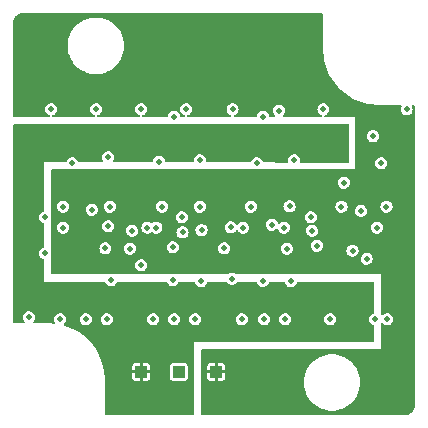
<source format=gbr>
%TF.GenerationSoftware,KiCad,Pcbnew,7.0.10-7.0.10~ubuntu22.04.1*%
%TF.CreationDate,2024-01-03T10:10:25-05:00*%
%TF.ProjectId,readout-splitter,72656164-6f75-4742-9d73-706c69747465,rev?*%
%TF.SameCoordinates,Original*%
%TF.FileFunction,Copper,L3,Inr*%
%TF.FilePolarity,Positive*%
%FSLAX46Y46*%
G04 Gerber Fmt 4.6, Leading zero omitted, Abs format (unit mm)*
G04 Created by KiCad (PCBNEW 7.0.10-7.0.10~ubuntu22.04.1) date 2024-01-03 10:10:25*
%MOMM*%
%LPD*%
G01*
G04 APERTURE LIST*
%TA.AperFunction,ComponentPad*%
%ADD10R,1.000000X1.000000*%
%TD*%
%TA.AperFunction,ViaPad*%
%ADD11C,0.508000*%
%TD*%
G04 APERTURE END LIST*
D10*
%TO.N,/-20V*%
%TO.C,J3*%
X35597000Y-52997000D03*
%TD*%
%TO.N,/+6.5V*%
%TO.C,J1*%
X29247000Y-52997000D03*
%TD*%
%TO.N,GND*%
%TO.C,J2*%
X32422000Y-52997000D03*
%TD*%
D11*
%TO.N,/+6.5V*%
X32930000Y-48425000D03*
X46265000Y-48552000D03*
X35851000Y-34582000D03*
X27215000Y-48552000D03*
X43598000Y-35090000D03*
X29120000Y-48552000D03*
X41198953Y-34977756D03*
X31152000Y-48552000D03*
X50075000Y-48552000D03*
X28358000Y-34963000D03*
X36740000Y-48552000D03*
X38137000Y-34963000D03*
X30009000Y-34582000D03*
X44360000Y-48552000D03*
X48170000Y-48425000D03*
X40550000Y-48552000D03*
X32343011Y-34717341D03*
X25310000Y-48552000D03*
X34962000Y-48552000D03*
X23571200Y-46304200D03*
X21373000Y-48552000D03*
X45582000Y-35042000D03*
X38645000Y-48552000D03*
X23532000Y-48552000D03*
X42455000Y-48552000D03*
%TO.N,/-20V*%
X38531000Y-30772000D03*
X23418000Y-30772000D03*
X27101000Y-30772000D03*
X46215000Y-30772000D03*
X29755000Y-39027000D03*
X43344000Y-38773000D03*
X32661949Y-38756167D03*
X34861000Y-30772000D03*
X31122001Y-30674999D03*
X50025000Y-30772000D03*
X28472211Y-38918420D03*
X45376000Y-38773000D03*
X35923974Y-38655533D03*
X42468000Y-30772000D03*
X40296000Y-39027000D03*
X37725990Y-38803788D03*
%TO.N,/VN_0*%
X49186000Y-40805000D03*
%TO.N,/VP_0*%
X47133900Y-42736153D03*
%TO.N,/VP_1*%
X41922513Y-45327379D03*
%TO.N,/VN_1*%
X43725000Y-41059000D03*
%TO.N,/VP_2*%
X39538900Y-45310898D03*
%TO.N,/VN_2*%
X41312000Y-40805000D03*
%TO.N,/VP_3*%
X36933000Y-45128500D03*
%TO.N,/VN_3*%
X37883000Y-40805000D03*
%TO.N,/VP_4*%
X34313076Y-45324428D03*
%TO.N,/VN_4*%
X34349998Y-41004141D03*
X36271948Y-42552077D03*
%TO.N,/VP_5*%
X31914000Y-45250000D03*
%TO.N,/VN_5*%
X32741527Y-41197363D03*
X30530151Y-40805481D03*
%TO.N,/VP_6*%
X29247000Y-43980000D03*
%TO.N,/VN_6*%
X26453000Y-40678000D03*
X31914000Y-42456000D03*
%TO.N,/VP_7*%
X26697101Y-45250000D03*
%TO.N,/VN_7*%
X22643000Y-40805000D03*
X28285800Y-42583000D03*
%TO.N,GND*%
X49567000Y-35344000D03*
X26209188Y-42551422D03*
X51714400Y-30784800D03*
X32041000Y-31407000D03*
X34200000Y-35090000D03*
X43598000Y-39916000D03*
X33819000Y-48552000D03*
X28485000Y-41059000D03*
X25437000Y-30772000D03*
X32041000Y-48552000D03*
X46392000Y-36995000D03*
X25056000Y-39281000D03*
X39534000Y-31407000D03*
X22389000Y-48552000D03*
X45249000Y-48552000D03*
X26326000Y-48552000D03*
X48328764Y-43440236D03*
X26453000Y-34836000D03*
X21119000Y-39916000D03*
X36833070Y-40778550D03*
X29247000Y-30772000D03*
X39661000Y-48552000D03*
X42195166Y-35103534D03*
X32676000Y-39916000D03*
X30771000Y-35217000D03*
X48869600Y-33045400D03*
X36981000Y-30772000D03*
X37756000Y-48552000D03*
X40918000Y-30899000D03*
X47863397Y-39381756D03*
X49059000Y-48552000D03*
X44106000Y-42329000D03*
X44665000Y-30772000D03*
X39026000Y-35344000D03*
X29772157Y-40801866D03*
X41566000Y-42583000D03*
X23405000Y-35344000D03*
X41439000Y-48552000D03*
X30263000Y-48552000D03*
X21119000Y-42964000D03*
X24548000Y-48552000D03*
X40296000Y-40551000D03*
X33057000Y-30772000D03*
X19735800Y-48387000D03*
X21627000Y-30772000D03*
%TO.N,Net-(U1-ADJ)*%
X50011000Y-39027000D03*
%TO.N,Net-(U2-ADJ)*%
X46201000Y-39027000D03*
%TO.N,Net-(U3-ADJ)*%
X41802121Y-38990412D03*
%TO.N,Net-(U4-ADJ)*%
X38518000Y-39027000D03*
%TO.N,Net-(U5-ADJ)*%
X34199994Y-39027000D03*
%TO.N,Net-(U6-ADJ)*%
X31025000Y-39025875D03*
%TO.N,Net-(U7-ADJ)*%
X26580000Y-39027000D03*
%TO.N,Net-(U8-ADJ)*%
X22643000Y-39027000D03*
%TD*%
%TA.AperFunction,Conductor*%
%TO.N,/-20V*%
G36*
X44622841Y-22672093D02*
G01*
X44648561Y-22716642D01*
X44649703Y-22729700D01*
X44649703Y-25618848D01*
X44649700Y-25618856D01*
X44649700Y-25857410D01*
X44685850Y-26270618D01*
X44757880Y-26679126D01*
X44865242Y-27079804D01*
X45007113Y-27469592D01*
X45007117Y-27469602D01*
X45182413Y-27845525D01*
X45182424Y-27845547D01*
X45389812Y-28204753D01*
X45389824Y-28204771D01*
X45627739Y-28544550D01*
X45894377Y-28862316D01*
X46187690Y-29155630D01*
X46426007Y-29355600D01*
X46505447Y-29422258D01*
X46845236Y-29660181D01*
X47024852Y-29763882D01*
X47204455Y-29867576D01*
X47204461Y-29867579D01*
X47204468Y-29867583D01*
X47580409Y-30042887D01*
X47970199Y-30184759D01*
X48370870Y-30292118D01*
X48779374Y-30364148D01*
X49192600Y-30400301D01*
X49400003Y-30400300D01*
X49444878Y-30400300D01*
X51213965Y-30400300D01*
X51262303Y-30417893D01*
X51288023Y-30462442D01*
X51282369Y-30506739D01*
X51221482Y-30640060D01*
X51221482Y-30640062D01*
X51221481Y-30640064D01*
X51221481Y-30640066D01*
X51200671Y-30784800D01*
X51221481Y-30929534D01*
X51221481Y-30929535D01*
X51221482Y-30929537D01*
X51221482Y-30929539D01*
X51282222Y-31062540D01*
X51282223Y-31062541D01*
X51282224Y-31062543D01*
X51377979Y-31173050D01*
X51415801Y-31197357D01*
X51500988Y-31252104D01*
X51535597Y-31262266D01*
X51641289Y-31293300D01*
X51641292Y-31293300D01*
X51787508Y-31293300D01*
X51787511Y-31293300D01*
X51927811Y-31252104D01*
X52050821Y-31173050D01*
X52146576Y-31062543D01*
X52207319Y-30929534D01*
X52228129Y-30784800D01*
X52207319Y-30640066D01*
X52207317Y-30640061D01*
X52207317Y-30640060D01*
X52146431Y-30506739D01*
X52142354Y-30455461D01*
X52172192Y-30413560D01*
X52214835Y-30400300D01*
X52320300Y-30400300D01*
X52368638Y-30417893D01*
X52394358Y-30462442D01*
X52395500Y-30475500D01*
X52395500Y-55896304D01*
X52395138Y-55903676D01*
X52381900Y-56038070D01*
X52379024Y-56052527D01*
X52340902Y-56178199D01*
X52335261Y-56191818D01*
X52273351Y-56307646D01*
X52265160Y-56319904D01*
X52181846Y-56421422D01*
X52171422Y-56431846D01*
X52069904Y-56515160D01*
X52057646Y-56523351D01*
X51941818Y-56585261D01*
X51928199Y-56590902D01*
X51802527Y-56629024D01*
X51788070Y-56631900D01*
X51662675Y-56644251D01*
X51653674Y-56645138D01*
X51646304Y-56645500D01*
X34402200Y-56645500D01*
X34353862Y-56627907D01*
X34328142Y-56583358D01*
X34327000Y-56570300D01*
X34327000Y-53900000D01*
X43007178Y-53900000D01*
X43026046Y-54199900D01*
X43026046Y-54199904D01*
X43026047Y-54199906D01*
X43082354Y-54495075D01*
X43082355Y-54495078D01*
X43175205Y-54780842D01*
X43175210Y-54780857D01*
X43303153Y-55052750D01*
X43303159Y-55052761D01*
X43464158Y-55306454D01*
X43464164Y-55306463D01*
X43464166Y-55306465D01*
X43655708Y-55537999D01*
X43874758Y-55743701D01*
X43874761Y-55743703D01*
X43874763Y-55743705D01*
X44117854Y-55920321D01*
X44117869Y-55920330D01*
X44381174Y-56065084D01*
X44381179Y-56065086D01*
X44381186Y-56065090D01*
X44660577Y-56175709D01*
X44660580Y-56175710D01*
X44660585Y-56175712D01*
X44951617Y-56250436D01*
X44951620Y-56250436D01*
X44951630Y-56250439D01*
X45249753Y-56288100D01*
X45249755Y-56288100D01*
X45550245Y-56288100D01*
X45550247Y-56288100D01*
X45848370Y-56250439D01*
X45848382Y-56250436D01*
X46139414Y-56175712D01*
X46139419Y-56175710D01*
X46139418Y-56175710D01*
X46139423Y-56175709D01*
X46418814Y-56065090D01*
X46682138Y-55920326D01*
X46925242Y-55743701D01*
X47144292Y-55537999D01*
X47335834Y-55306465D01*
X47496846Y-55052751D01*
X47624790Y-54780857D01*
X47717647Y-54495071D01*
X47773954Y-54199900D01*
X47792822Y-53900000D01*
X47773954Y-53600100D01*
X47717647Y-53304929D01*
X47624790Y-53019143D01*
X47496846Y-52747249D01*
X47496840Y-52747238D01*
X47335841Y-52493545D01*
X47335835Y-52493536D01*
X47191611Y-52319200D01*
X47144292Y-52262001D01*
X47099646Y-52220076D01*
X46968602Y-52097017D01*
X46925242Y-52056299D01*
X46925239Y-52056296D01*
X46925236Y-52056294D01*
X46682145Y-51879678D01*
X46682130Y-51879669D01*
X46418825Y-51734915D01*
X46418809Y-51734908D01*
X46139419Y-51624289D01*
X46139414Y-51624287D01*
X45848382Y-51549563D01*
X45848358Y-51549559D01*
X45652479Y-51524814D01*
X45550247Y-51511900D01*
X45249753Y-51511900D01*
X45162484Y-51522924D01*
X44951641Y-51549559D01*
X44951617Y-51549563D01*
X44660585Y-51624287D01*
X44660580Y-51624289D01*
X44381190Y-51734908D01*
X44381174Y-51734915D01*
X44117869Y-51879669D01*
X44117854Y-51879678D01*
X43874763Y-52056294D01*
X43655710Y-52261998D01*
X43464164Y-52493536D01*
X43464158Y-52493545D01*
X43303159Y-52747238D01*
X43303153Y-52747249D01*
X43175210Y-53019142D01*
X43175205Y-53019157D01*
X43082355Y-53304921D01*
X43082354Y-53304924D01*
X43026771Y-53596301D01*
X43026046Y-53600100D01*
X43007178Y-53900000D01*
X34327000Y-53900000D01*
X34327000Y-52870000D01*
X34843000Y-52870000D01*
X35381186Y-52870000D01*
X35361505Y-52899455D01*
X35342102Y-52997000D01*
X35361505Y-53094545D01*
X35381186Y-53124000D01*
X34843001Y-53124000D01*
X34843001Y-53522017D01*
X34857737Y-53596105D01*
X34913876Y-53680124D01*
X34997894Y-53736262D01*
X34997896Y-53736263D01*
X35071982Y-53750999D01*
X35470000Y-53750999D01*
X35470000Y-53212813D01*
X35499455Y-53232495D01*
X35572376Y-53247000D01*
X35621624Y-53247000D01*
X35694545Y-53232495D01*
X35724000Y-53212813D01*
X35724000Y-53750999D01*
X36122016Y-53750999D01*
X36122017Y-53750998D01*
X36196105Y-53736262D01*
X36280124Y-53680123D01*
X36336262Y-53596105D01*
X36336263Y-53596103D01*
X36351000Y-53522017D01*
X36351000Y-53124000D01*
X35812814Y-53124000D01*
X35832495Y-53094545D01*
X35851898Y-52997000D01*
X35832495Y-52899455D01*
X35812814Y-52870000D01*
X36350999Y-52870000D01*
X36350999Y-52471984D01*
X36350998Y-52471982D01*
X36336262Y-52397894D01*
X36280123Y-52313875D01*
X36196105Y-52257737D01*
X36196103Y-52257736D01*
X36122018Y-52243000D01*
X35724000Y-52243000D01*
X35724000Y-52781186D01*
X35694545Y-52761505D01*
X35621624Y-52747000D01*
X35572376Y-52747000D01*
X35499455Y-52761505D01*
X35470000Y-52781186D01*
X35470000Y-52243000D01*
X35071984Y-52243000D01*
X35071982Y-52243001D01*
X34997894Y-52257737D01*
X34913875Y-52313876D01*
X34857737Y-52397894D01*
X34857736Y-52397896D01*
X34843000Y-52471982D01*
X34843000Y-52870000D01*
X34327000Y-52870000D01*
X34327000Y-51167200D01*
X34344593Y-51118862D01*
X34389142Y-51093142D01*
X34402200Y-51092000D01*
X49567000Y-51092000D01*
X49567000Y-48943855D01*
X49584593Y-48895517D01*
X49629142Y-48869797D01*
X49679800Y-48878730D01*
X49699028Y-48894606D01*
X49738579Y-48940250D01*
X49776401Y-48964557D01*
X49861588Y-49019304D01*
X49961396Y-49048610D01*
X50001889Y-49060500D01*
X50001892Y-49060500D01*
X50148108Y-49060500D01*
X50148111Y-49060500D01*
X50288411Y-49019304D01*
X50411421Y-48940250D01*
X50507176Y-48829743D01*
X50567919Y-48696734D01*
X50588729Y-48552000D01*
X50567919Y-48407266D01*
X50567917Y-48407261D01*
X50567917Y-48407260D01*
X50507177Y-48274259D01*
X50507176Y-48274258D01*
X50507176Y-48274257D01*
X50411421Y-48163750D01*
X50411420Y-48163749D01*
X50411418Y-48163748D01*
X50288411Y-48084695D01*
X50148113Y-48043500D01*
X50148111Y-48043500D01*
X50001889Y-48043500D01*
X50001886Y-48043500D01*
X49861588Y-48084695D01*
X49738581Y-48163748D01*
X49738579Y-48163749D01*
X49699032Y-48209390D01*
X49654082Y-48234399D01*
X49603571Y-48224664D01*
X49571136Y-48184739D01*
X49567000Y-48160144D01*
X49567000Y-44742000D01*
X37294225Y-44742000D01*
X37253569Y-44730062D01*
X37146411Y-44661195D01*
X37006113Y-44620000D01*
X37006111Y-44620000D01*
X36859889Y-44620000D01*
X36859886Y-44620000D01*
X36719588Y-44661195D01*
X36612431Y-44730062D01*
X36571775Y-44742000D01*
X31995966Y-44742000D01*
X31988979Y-44741500D01*
X31987111Y-44741500D01*
X31840889Y-44741500D01*
X31839021Y-44741500D01*
X31832034Y-44742000D01*
X26779067Y-44742000D01*
X26772080Y-44741500D01*
X26770212Y-44741500D01*
X26623990Y-44741500D01*
X26622122Y-44741500D01*
X26615135Y-44742000D01*
X21702200Y-44742000D01*
X21653862Y-44724407D01*
X21628142Y-44679858D01*
X21627000Y-44666800D01*
X21627000Y-43980000D01*
X28733271Y-43980000D01*
X28754081Y-44124734D01*
X28754081Y-44124735D01*
X28754082Y-44124737D01*
X28754082Y-44124739D01*
X28814822Y-44257740D01*
X28814823Y-44257741D01*
X28814824Y-44257743D01*
X28910579Y-44368250D01*
X28910581Y-44368251D01*
X29033588Y-44447304D01*
X29133396Y-44476610D01*
X29173889Y-44488500D01*
X29173892Y-44488500D01*
X29320108Y-44488500D01*
X29320111Y-44488500D01*
X29460411Y-44447304D01*
X29583421Y-44368250D01*
X29679176Y-44257743D01*
X29739919Y-44124734D01*
X29760729Y-43980000D01*
X29739919Y-43835266D01*
X29739917Y-43835261D01*
X29739917Y-43835260D01*
X29679177Y-43702259D01*
X29679176Y-43702258D01*
X29679176Y-43702257D01*
X29583421Y-43591750D01*
X29583420Y-43591749D01*
X29583418Y-43591748D01*
X29460411Y-43512695D01*
X29320113Y-43471500D01*
X29320111Y-43471500D01*
X29173889Y-43471500D01*
X29173886Y-43471500D01*
X29033588Y-43512695D01*
X28910581Y-43591748D01*
X28910579Y-43591749D01*
X28814822Y-43702259D01*
X28754082Y-43835260D01*
X28754082Y-43835262D01*
X28754081Y-43835264D01*
X28754081Y-43835266D01*
X28733271Y-43980000D01*
X21627000Y-43980000D01*
X21627000Y-43440236D01*
X47815035Y-43440236D01*
X47835845Y-43584970D01*
X47835845Y-43584971D01*
X47835846Y-43584973D01*
X47835846Y-43584975D01*
X47896586Y-43717976D01*
X47896587Y-43717977D01*
X47896588Y-43717979D01*
X47992343Y-43828486D01*
X47992345Y-43828487D01*
X48115352Y-43907540D01*
X48215160Y-43936846D01*
X48255653Y-43948736D01*
X48255656Y-43948736D01*
X48401872Y-43948736D01*
X48401875Y-43948736D01*
X48542175Y-43907540D01*
X48665185Y-43828486D01*
X48760940Y-43717979D01*
X48821683Y-43584970D01*
X48842493Y-43440236D01*
X48821683Y-43295502D01*
X48821681Y-43295497D01*
X48821681Y-43295496D01*
X48760941Y-43162495D01*
X48760940Y-43162494D01*
X48760940Y-43162493D01*
X48665185Y-43051986D01*
X48665184Y-43051985D01*
X48665182Y-43051984D01*
X48542175Y-42972931D01*
X48401877Y-42931736D01*
X48401875Y-42931736D01*
X48255653Y-42931736D01*
X48255650Y-42931736D01*
X48115352Y-42972931D01*
X47992345Y-43051984D01*
X47992343Y-43051985D01*
X47896586Y-43162495D01*
X47835846Y-43295496D01*
X47835846Y-43295498D01*
X47835845Y-43295500D01*
X47835845Y-43295502D01*
X47815035Y-43440236D01*
X21627000Y-43440236D01*
X21627000Y-43009226D01*
X21627765Y-42998524D01*
X21632729Y-42964000D01*
X21627765Y-42929474D01*
X21627000Y-42918773D01*
X21627000Y-42551422D01*
X25695459Y-42551422D01*
X25716269Y-42696156D01*
X25716269Y-42696157D01*
X25716270Y-42696159D01*
X25716270Y-42696161D01*
X25777010Y-42829162D01*
X25777011Y-42829163D01*
X25777012Y-42829165D01*
X25872767Y-42939672D01*
X25873788Y-42940328D01*
X25995776Y-43018726D01*
X26095584Y-43048032D01*
X26136077Y-43059922D01*
X26136080Y-43059922D01*
X26282296Y-43059922D01*
X26282299Y-43059922D01*
X26422599Y-43018726D01*
X26545609Y-42939672D01*
X26641364Y-42829165D01*
X26687684Y-42727739D01*
X26702105Y-42696161D01*
X26702105Y-42696160D01*
X26702107Y-42696156D01*
X26718377Y-42583000D01*
X27772071Y-42583000D01*
X27792881Y-42727734D01*
X27792881Y-42727735D01*
X27792882Y-42727737D01*
X27792882Y-42727739D01*
X27853622Y-42860740D01*
X27853623Y-42860741D01*
X27853624Y-42860743D01*
X27949379Y-42971250D01*
X27987201Y-42995557D01*
X28072388Y-43050304D01*
X28107375Y-43060577D01*
X28212689Y-43091500D01*
X28212692Y-43091500D01*
X28358908Y-43091500D01*
X28358911Y-43091500D01*
X28499211Y-43050304D01*
X28622221Y-42971250D01*
X28717976Y-42860743D01*
X28778719Y-42727734D01*
X28799529Y-42583000D01*
X28781269Y-42456000D01*
X31400271Y-42456000D01*
X31421081Y-42600734D01*
X31421081Y-42600735D01*
X31421082Y-42600737D01*
X31421082Y-42600739D01*
X31481822Y-42733740D01*
X31481823Y-42733741D01*
X31481824Y-42733743D01*
X31555930Y-42819266D01*
X31577579Y-42844250D01*
X31577581Y-42844251D01*
X31700588Y-42923304D01*
X31758567Y-42940328D01*
X31840889Y-42964500D01*
X31840892Y-42964500D01*
X31987108Y-42964500D01*
X31987111Y-42964500D01*
X32127411Y-42923304D01*
X32250421Y-42844250D01*
X32346176Y-42733743D01*
X32406919Y-42600734D01*
X32413915Y-42552077D01*
X35758219Y-42552077D01*
X35779029Y-42696811D01*
X35779029Y-42696812D01*
X35779030Y-42696814D01*
X35779030Y-42696816D01*
X35839770Y-42829817D01*
X35839771Y-42829818D01*
X35839772Y-42829820D01*
X35926123Y-42929474D01*
X35935527Y-42940327D01*
X35935529Y-42940328D01*
X36058536Y-43019381D01*
X36158344Y-43048687D01*
X36198837Y-43060577D01*
X36198840Y-43060577D01*
X36345056Y-43060577D01*
X36345059Y-43060577D01*
X36485359Y-43019381D01*
X36608369Y-42940327D01*
X36704124Y-42829820D01*
X36750745Y-42727734D01*
X36764865Y-42696816D01*
X36764865Y-42696815D01*
X36764867Y-42696811D01*
X36781231Y-42583000D01*
X41052271Y-42583000D01*
X41073081Y-42727734D01*
X41073081Y-42727735D01*
X41073082Y-42727737D01*
X41073082Y-42727739D01*
X41133822Y-42860740D01*
X41133823Y-42860741D01*
X41133824Y-42860743D01*
X41229579Y-42971250D01*
X41267401Y-42995557D01*
X41352588Y-43050304D01*
X41387575Y-43060577D01*
X41492889Y-43091500D01*
X41492892Y-43091500D01*
X41639108Y-43091500D01*
X41639111Y-43091500D01*
X41779411Y-43050304D01*
X41902421Y-42971250D01*
X41998176Y-42860743D01*
X42058919Y-42727734D01*
X42079729Y-42583000D01*
X42058919Y-42438266D01*
X42058917Y-42438261D01*
X42058917Y-42438260D01*
X42009019Y-42329000D01*
X43592271Y-42329000D01*
X43613081Y-42473734D01*
X43613081Y-42473735D01*
X43613082Y-42473737D01*
X43613082Y-42473739D01*
X43673822Y-42606740D01*
X43673823Y-42606741D01*
X43673824Y-42606743D01*
X43769579Y-42717250D01*
X43785897Y-42727737D01*
X43892588Y-42796304D01*
X43970790Y-42819266D01*
X44032889Y-42837500D01*
X44032892Y-42837500D01*
X44179108Y-42837500D01*
X44179111Y-42837500D01*
X44319411Y-42796304D01*
X44413007Y-42736153D01*
X46620171Y-42736153D01*
X46640981Y-42880887D01*
X46640981Y-42880888D01*
X46640982Y-42880890D01*
X46640982Y-42880892D01*
X46701722Y-43013893D01*
X46701723Y-43013894D01*
X46701724Y-43013896D01*
X46783902Y-43108734D01*
X46797479Y-43124403D01*
X46797481Y-43124404D01*
X46920488Y-43203457D01*
X47020296Y-43232763D01*
X47060789Y-43244653D01*
X47060792Y-43244653D01*
X47207008Y-43244653D01*
X47207011Y-43244653D01*
X47347311Y-43203457D01*
X47470321Y-43124403D01*
X47566076Y-43013896D01*
X47626819Y-42880887D01*
X47647629Y-42736153D01*
X47626819Y-42591419D01*
X47626817Y-42591414D01*
X47626817Y-42591413D01*
X47566077Y-42458412D01*
X47566076Y-42458411D01*
X47566076Y-42458410D01*
X47470321Y-42347903D01*
X47470320Y-42347902D01*
X47470318Y-42347901D01*
X47347311Y-42268848D01*
X47207013Y-42227653D01*
X47207011Y-42227653D01*
X47060789Y-42227653D01*
X47060786Y-42227653D01*
X46920488Y-42268848D01*
X46797481Y-42347901D01*
X46797479Y-42347902D01*
X46701722Y-42458412D01*
X46640982Y-42591413D01*
X46640982Y-42591415D01*
X46640981Y-42591417D01*
X46640981Y-42591419D01*
X46620171Y-42736153D01*
X44413007Y-42736153D01*
X44442421Y-42717250D01*
X44538176Y-42606743D01*
X44598919Y-42473734D01*
X44619729Y-42329000D01*
X44598919Y-42184266D01*
X44598917Y-42184261D01*
X44598917Y-42184260D01*
X44538177Y-42051259D01*
X44538176Y-42051258D01*
X44538176Y-42051257D01*
X44442421Y-41940750D01*
X44442420Y-41940749D01*
X44442418Y-41940748D01*
X44319411Y-41861695D01*
X44179113Y-41820500D01*
X44179111Y-41820500D01*
X44032889Y-41820500D01*
X44032886Y-41820500D01*
X43892588Y-41861695D01*
X43769581Y-41940748D01*
X43769579Y-41940749D01*
X43673822Y-42051259D01*
X43613082Y-42184260D01*
X43613082Y-42184262D01*
X43613081Y-42184264D01*
X43613081Y-42184266D01*
X43592271Y-42329000D01*
X42009019Y-42329000D01*
X41998177Y-42305259D01*
X41998176Y-42305258D01*
X41998176Y-42305257D01*
X41902421Y-42194750D01*
X41902420Y-42194749D01*
X41902418Y-42194748D01*
X41779411Y-42115695D01*
X41639113Y-42074500D01*
X41639111Y-42074500D01*
X41492889Y-42074500D01*
X41492886Y-42074500D01*
X41352588Y-42115695D01*
X41229581Y-42194748D01*
X41229579Y-42194749D01*
X41133822Y-42305259D01*
X41073082Y-42438260D01*
X41073082Y-42438262D01*
X41073081Y-42438264D01*
X41073081Y-42438266D01*
X41052271Y-42583000D01*
X36781231Y-42583000D01*
X36785677Y-42552077D01*
X36764867Y-42407343D01*
X36764865Y-42407338D01*
X36764865Y-42407337D01*
X36704125Y-42274336D01*
X36704124Y-42274335D01*
X36704124Y-42274334D01*
X36608369Y-42163827D01*
X36608368Y-42163826D01*
X36608366Y-42163825D01*
X36485359Y-42084772D01*
X36345061Y-42043577D01*
X36345059Y-42043577D01*
X36198837Y-42043577D01*
X36198834Y-42043577D01*
X36058536Y-42084772D01*
X35935529Y-42163825D01*
X35935527Y-42163826D01*
X35839770Y-42274336D01*
X35779030Y-42407337D01*
X35779030Y-42407339D01*
X35779029Y-42407341D01*
X35779029Y-42407343D01*
X35758219Y-42552077D01*
X32413915Y-42552077D01*
X32427729Y-42456000D01*
X32406919Y-42311266D01*
X32406917Y-42311261D01*
X32406917Y-42311260D01*
X32346177Y-42178259D01*
X32346176Y-42178258D01*
X32346176Y-42178257D01*
X32250421Y-42067750D01*
X32250420Y-42067749D01*
X32250418Y-42067748D01*
X32127411Y-41988695D01*
X31987113Y-41947500D01*
X31987111Y-41947500D01*
X31840889Y-41947500D01*
X31840886Y-41947500D01*
X31700588Y-41988695D01*
X31577581Y-42067748D01*
X31577579Y-42067749D01*
X31481822Y-42178259D01*
X31421082Y-42311260D01*
X31421082Y-42311262D01*
X31421081Y-42311264D01*
X31421081Y-42311266D01*
X31400271Y-42456000D01*
X28781269Y-42456000D01*
X28778719Y-42438266D01*
X28778717Y-42438261D01*
X28778717Y-42438260D01*
X28717977Y-42305259D01*
X28717976Y-42305258D01*
X28717976Y-42305257D01*
X28622221Y-42194750D01*
X28622220Y-42194749D01*
X28622218Y-42194748D01*
X28499211Y-42115695D01*
X28358913Y-42074500D01*
X28358911Y-42074500D01*
X28212689Y-42074500D01*
X28212686Y-42074500D01*
X28072388Y-42115695D01*
X27949381Y-42194748D01*
X27949379Y-42194749D01*
X27853622Y-42305259D01*
X27792882Y-42438260D01*
X27792882Y-42438262D01*
X27792881Y-42438264D01*
X27792881Y-42438266D01*
X27772071Y-42583000D01*
X26718377Y-42583000D01*
X26722917Y-42551422D01*
X26702107Y-42406688D01*
X26702105Y-42406683D01*
X26702105Y-42406682D01*
X26641365Y-42273681D01*
X26641364Y-42273680D01*
X26641364Y-42273679D01*
X26545609Y-42163172D01*
X26545608Y-42163171D01*
X26545606Y-42163170D01*
X26422599Y-42084117D01*
X26282301Y-42042922D01*
X26282299Y-42042922D01*
X26136077Y-42042922D01*
X26136074Y-42042922D01*
X25995776Y-42084117D01*
X25872769Y-42163170D01*
X25872767Y-42163171D01*
X25777010Y-42273681D01*
X25716270Y-42406682D01*
X25716270Y-42406684D01*
X25716269Y-42406686D01*
X25716269Y-42406688D01*
X25695459Y-42551422D01*
X21627000Y-42551422D01*
X21627000Y-40805000D01*
X22129271Y-40805000D01*
X22150081Y-40949734D01*
X22150081Y-40949735D01*
X22150082Y-40949737D01*
X22150082Y-40949739D01*
X22210822Y-41082740D01*
X22210823Y-41082741D01*
X22210824Y-41082743D01*
X22306579Y-41193250D01*
X22322897Y-41203737D01*
X22429588Y-41272304D01*
X22479809Y-41287050D01*
X22569889Y-41313500D01*
X22569892Y-41313500D01*
X22716108Y-41313500D01*
X22716111Y-41313500D01*
X22856411Y-41272304D01*
X22979421Y-41193250D01*
X23075176Y-41082743D01*
X23135698Y-40950218D01*
X23135917Y-40949739D01*
X23135917Y-40949738D01*
X23135919Y-40949734D01*
X23156729Y-40805000D01*
X23138469Y-40678000D01*
X25939271Y-40678000D01*
X25960081Y-40822734D01*
X25960081Y-40822735D01*
X25960082Y-40822737D01*
X25960082Y-40822739D01*
X26020822Y-40955740D01*
X26020823Y-40955741D01*
X26020824Y-40955743D01*
X26104771Y-41052623D01*
X26116579Y-41066250D01*
X26116581Y-41066251D01*
X26239588Y-41145304D01*
X26339396Y-41174610D01*
X26379889Y-41186500D01*
X26379892Y-41186500D01*
X26526108Y-41186500D01*
X26526111Y-41186500D01*
X26666411Y-41145304D01*
X26789421Y-41066250D01*
X26795703Y-41059000D01*
X27971271Y-41059000D01*
X27992081Y-41203734D01*
X27992081Y-41203735D01*
X27992082Y-41203737D01*
X27992082Y-41203739D01*
X28052822Y-41336740D01*
X28052823Y-41336741D01*
X28052824Y-41336743D01*
X28148579Y-41447250D01*
X28148581Y-41447251D01*
X28271588Y-41526304D01*
X28371396Y-41555610D01*
X28411889Y-41567500D01*
X28411892Y-41567500D01*
X28558108Y-41567500D01*
X28558111Y-41567500D01*
X28698411Y-41526304D01*
X28821421Y-41447250D01*
X28917176Y-41336743D01*
X28951573Y-41261423D01*
X28977917Y-41203739D01*
X28977917Y-41203738D01*
X28977919Y-41203734D01*
X28998729Y-41059000D01*
X28977919Y-40914266D01*
X28977917Y-40914261D01*
X28977917Y-40914260D01*
X28926588Y-40801866D01*
X29258428Y-40801866D01*
X29279238Y-40946600D01*
X29279238Y-40946601D01*
X29279239Y-40946603D01*
X29279239Y-40946605D01*
X29339979Y-41079606D01*
X29339980Y-41079607D01*
X29339981Y-41079609D01*
X29435736Y-41190116D01*
X29441361Y-41193731D01*
X29558745Y-41269170D01*
X29619636Y-41287049D01*
X29699046Y-41310366D01*
X29699049Y-41310366D01*
X29845265Y-41310366D01*
X29845268Y-41310366D01*
X29985568Y-41269170D01*
X30107718Y-41190668D01*
X30157891Y-41179336D01*
X30187931Y-41192803D01*
X30189205Y-41190823D01*
X30316739Y-41272785D01*
X30416547Y-41302091D01*
X30457040Y-41313981D01*
X30457043Y-41313981D01*
X30603259Y-41313981D01*
X30603262Y-41313981D01*
X30743562Y-41272785D01*
X30860921Y-41197363D01*
X32227798Y-41197363D01*
X32248608Y-41342097D01*
X32248608Y-41342098D01*
X32248609Y-41342100D01*
X32248609Y-41342102D01*
X32309349Y-41475103D01*
X32309350Y-41475104D01*
X32309351Y-41475106D01*
X32389410Y-41567499D01*
X32405106Y-41585613D01*
X32405108Y-41585614D01*
X32528115Y-41664667D01*
X32627923Y-41693973D01*
X32668416Y-41705863D01*
X32668419Y-41705863D01*
X32814635Y-41705863D01*
X32814638Y-41705863D01*
X32954938Y-41664667D01*
X33077948Y-41585613D01*
X33173703Y-41475106D01*
X33234446Y-41342097D01*
X33255256Y-41197363D01*
X33234446Y-41052629D01*
X33234444Y-41052624D01*
X33234444Y-41052623D01*
X33212303Y-41004141D01*
X33836269Y-41004141D01*
X33857079Y-41148875D01*
X33857079Y-41148876D01*
X33857080Y-41148878D01*
X33857080Y-41148880D01*
X33917820Y-41281881D01*
X33917821Y-41281882D01*
X33917822Y-41281884D01*
X34013577Y-41392391D01*
X34013579Y-41392392D01*
X34136586Y-41471445D01*
X34236394Y-41500751D01*
X34276887Y-41512641D01*
X34276890Y-41512641D01*
X34423106Y-41512641D01*
X34423109Y-41512641D01*
X34563409Y-41471445D01*
X34686419Y-41392391D01*
X34782174Y-41281884D01*
X34823830Y-41190669D01*
X34842915Y-41148880D01*
X34842915Y-41148879D01*
X34842917Y-41148875D01*
X34863727Y-41004141D01*
X34842917Y-40859407D01*
X34842915Y-40859402D01*
X34842915Y-40859401D01*
X34805991Y-40778550D01*
X36319341Y-40778550D01*
X36340151Y-40923284D01*
X36340151Y-40923285D01*
X36340152Y-40923287D01*
X36340152Y-40923289D01*
X36400892Y-41056290D01*
X36400893Y-41056291D01*
X36400894Y-41056293D01*
X36496649Y-41166800D01*
X36527301Y-41186499D01*
X36619658Y-41245854D01*
X36709739Y-41272304D01*
X36759959Y-41287050D01*
X36759962Y-41287050D01*
X36906178Y-41287050D01*
X36906181Y-41287050D01*
X37046481Y-41245854D01*
X37169491Y-41166800D01*
X37265246Y-41056293D01*
X37283590Y-41016123D01*
X37319674Y-40979462D01*
X37370881Y-40974572D01*
X37413251Y-41003741D01*
X37420399Y-41016123D01*
X37450822Y-41082740D01*
X37450823Y-41082741D01*
X37450824Y-41082743D01*
X37546579Y-41193250D01*
X37562897Y-41203737D01*
X37669588Y-41272304D01*
X37719809Y-41287050D01*
X37809889Y-41313500D01*
X37809892Y-41313500D01*
X37956108Y-41313500D01*
X37956111Y-41313500D01*
X38096411Y-41272304D01*
X38219421Y-41193250D01*
X38315176Y-41082743D01*
X38375698Y-40950218D01*
X38375917Y-40949739D01*
X38375917Y-40949738D01*
X38375919Y-40949734D01*
X38396729Y-40805000D01*
X38375919Y-40660266D01*
X38375917Y-40660261D01*
X38375917Y-40660260D01*
X38326019Y-40551000D01*
X39782271Y-40551000D01*
X39803081Y-40695734D01*
X39803081Y-40695735D01*
X39803082Y-40695737D01*
X39803082Y-40695739D01*
X39863822Y-40828740D01*
X39863823Y-40828741D01*
X39863824Y-40828743D01*
X39959579Y-40939250D01*
X39976649Y-40950220D01*
X40082588Y-41018304D01*
X40182396Y-41047610D01*
X40222889Y-41059500D01*
X40222892Y-41059500D01*
X40369108Y-41059500D01*
X40369111Y-41059500D01*
X40509411Y-41018304D01*
X40632421Y-40939250D01*
X40683392Y-40880425D01*
X40728341Y-40855417D01*
X40778851Y-40865151D01*
X40811287Y-40905076D01*
X40814657Y-40918969D01*
X40819080Y-40949731D01*
X40819082Y-40949739D01*
X40879822Y-41082740D01*
X40879823Y-41082741D01*
X40879824Y-41082743D01*
X40975579Y-41193250D01*
X40991897Y-41203737D01*
X41098588Y-41272304D01*
X41148809Y-41287050D01*
X41238889Y-41313500D01*
X41238892Y-41313500D01*
X41385108Y-41313500D01*
X41385111Y-41313500D01*
X41525411Y-41272304D01*
X41648421Y-41193250D01*
X41744176Y-41082743D01*
X41804698Y-40950218D01*
X41804917Y-40949739D01*
X41804917Y-40949738D01*
X41804919Y-40949734D01*
X41825729Y-40805000D01*
X41804919Y-40660266D01*
X41804917Y-40660261D01*
X41804917Y-40660260D01*
X41744177Y-40527259D01*
X41744176Y-40527258D01*
X41744176Y-40527257D01*
X41648421Y-40416750D01*
X41648420Y-40416749D01*
X41648418Y-40416748D01*
X41525411Y-40337695D01*
X41385113Y-40296500D01*
X41385111Y-40296500D01*
X41238889Y-40296500D01*
X41238886Y-40296500D01*
X41098588Y-40337695D01*
X40975581Y-40416748D01*
X40975579Y-40416750D01*
X40924608Y-40475573D01*
X40879657Y-40500583D01*
X40829147Y-40490847D01*
X40796712Y-40450922D01*
X40793343Y-40437038D01*
X40788919Y-40406266D01*
X40788918Y-40406264D01*
X40788918Y-40406262D01*
X40788917Y-40406260D01*
X40728177Y-40273259D01*
X40728176Y-40273258D01*
X40728176Y-40273257D01*
X40632421Y-40162750D01*
X40632420Y-40162749D01*
X40632418Y-40162748D01*
X40509411Y-40083695D01*
X40369113Y-40042500D01*
X40369111Y-40042500D01*
X40222889Y-40042500D01*
X40222886Y-40042500D01*
X40082588Y-40083695D01*
X39959581Y-40162748D01*
X39959579Y-40162749D01*
X39863822Y-40273259D01*
X39803082Y-40406260D01*
X39803082Y-40406262D01*
X39803081Y-40406264D01*
X39803081Y-40406266D01*
X39782271Y-40551000D01*
X38326019Y-40551000D01*
X38315177Y-40527259D01*
X38315176Y-40527258D01*
X38315176Y-40527257D01*
X38219421Y-40416750D01*
X38219420Y-40416749D01*
X38219418Y-40416748D01*
X38096411Y-40337695D01*
X37956113Y-40296500D01*
X37956111Y-40296500D01*
X37809889Y-40296500D01*
X37809886Y-40296500D01*
X37669588Y-40337695D01*
X37546581Y-40416748D01*
X37546579Y-40416749D01*
X37450823Y-40527258D01*
X37432478Y-40567427D01*
X37396393Y-40604088D01*
X37345187Y-40608976D01*
X37302817Y-40579806D01*
X37295670Y-40567426D01*
X37265247Y-40500809D01*
X37265246Y-40500808D01*
X37265246Y-40500807D01*
X37169491Y-40390300D01*
X37169490Y-40390299D01*
X37169488Y-40390298D01*
X37046481Y-40311245D01*
X36906183Y-40270050D01*
X36906181Y-40270050D01*
X36759959Y-40270050D01*
X36759956Y-40270050D01*
X36619658Y-40311245D01*
X36496651Y-40390298D01*
X36496649Y-40390299D01*
X36400892Y-40500809D01*
X36340152Y-40633810D01*
X36340152Y-40633812D01*
X36340151Y-40633814D01*
X36340151Y-40633816D01*
X36319341Y-40778550D01*
X34805991Y-40778550D01*
X34782175Y-40726400D01*
X34782174Y-40726399D01*
X34782174Y-40726398D01*
X34686419Y-40615891D01*
X34686418Y-40615890D01*
X34686416Y-40615889D01*
X34563409Y-40536836D01*
X34423111Y-40495641D01*
X34423109Y-40495641D01*
X34276887Y-40495641D01*
X34276884Y-40495641D01*
X34136586Y-40536836D01*
X34013579Y-40615889D01*
X34013577Y-40615890D01*
X33917820Y-40726400D01*
X33857080Y-40859401D01*
X33857080Y-40859403D01*
X33857079Y-40859405D01*
X33857079Y-40859407D01*
X33836269Y-41004141D01*
X33212303Y-41004141D01*
X33173704Y-40919622D01*
X33173703Y-40919621D01*
X33173703Y-40919620D01*
X33077948Y-40809113D01*
X33077947Y-40809112D01*
X33077945Y-40809111D01*
X32954938Y-40730058D01*
X32814640Y-40688863D01*
X32814638Y-40688863D01*
X32668416Y-40688863D01*
X32668413Y-40688863D01*
X32528115Y-40730058D01*
X32405108Y-40809111D01*
X32405106Y-40809112D01*
X32309349Y-40919622D01*
X32248609Y-41052623D01*
X32248609Y-41052625D01*
X32248608Y-41052627D01*
X32248608Y-41052629D01*
X32227798Y-41197363D01*
X30860921Y-41197363D01*
X30866572Y-41193731D01*
X30962327Y-41083224D01*
X30998626Y-41003741D01*
X31023068Y-40950220D01*
X31023068Y-40950219D01*
X31023070Y-40950215D01*
X31043880Y-40805481D01*
X31023070Y-40660747D01*
X31023068Y-40660742D01*
X31023068Y-40660741D01*
X30962328Y-40527740D01*
X30962327Y-40527739D01*
X30962327Y-40527738D01*
X30866572Y-40417231D01*
X30866571Y-40417230D01*
X30866569Y-40417229D01*
X30743562Y-40338176D01*
X30603264Y-40296981D01*
X30603262Y-40296981D01*
X30457040Y-40296981D01*
X30457037Y-40296981D01*
X30316739Y-40338176D01*
X30194591Y-40416676D01*
X30144415Y-40428009D01*
X30114344Y-40414592D01*
X30113103Y-40416524D01*
X29985568Y-40334561D01*
X29845270Y-40293366D01*
X29845268Y-40293366D01*
X29699046Y-40293366D01*
X29699043Y-40293366D01*
X29558745Y-40334561D01*
X29435738Y-40413614D01*
X29435736Y-40413615D01*
X29339979Y-40524125D01*
X29279239Y-40657126D01*
X29279239Y-40657128D01*
X29279238Y-40657130D01*
X29279238Y-40657132D01*
X29258428Y-40801866D01*
X28926588Y-40801866D01*
X28917177Y-40781259D01*
X28917176Y-40781258D01*
X28917176Y-40781257D01*
X28821421Y-40670750D01*
X28821420Y-40670749D01*
X28821418Y-40670748D01*
X28698411Y-40591695D01*
X28558113Y-40550500D01*
X28558111Y-40550500D01*
X28411889Y-40550500D01*
X28411886Y-40550500D01*
X28271588Y-40591695D01*
X28148581Y-40670748D01*
X28148579Y-40670749D01*
X28052822Y-40781259D01*
X27992082Y-40914260D01*
X27992082Y-40914262D01*
X27992081Y-40914264D01*
X27992081Y-40914266D01*
X27971271Y-41059000D01*
X26795703Y-41059000D01*
X26885176Y-40955743D01*
X26945919Y-40822734D01*
X26966729Y-40678000D01*
X26945919Y-40533266D01*
X26945917Y-40533261D01*
X26945917Y-40533260D01*
X26885177Y-40400259D01*
X26885176Y-40400258D01*
X26885176Y-40400257D01*
X26789421Y-40289750D01*
X26789420Y-40289749D01*
X26789418Y-40289748D01*
X26666411Y-40210695D01*
X26526113Y-40169500D01*
X26526111Y-40169500D01*
X26379889Y-40169500D01*
X26379886Y-40169500D01*
X26239588Y-40210695D01*
X26116581Y-40289748D01*
X26116579Y-40289749D01*
X26020822Y-40400259D01*
X25960082Y-40533260D01*
X25960082Y-40533262D01*
X25960081Y-40533264D01*
X25960081Y-40533266D01*
X25939271Y-40678000D01*
X23138469Y-40678000D01*
X23135919Y-40660266D01*
X23135917Y-40660261D01*
X23135917Y-40660260D01*
X23075177Y-40527259D01*
X23075176Y-40527258D01*
X23075176Y-40527257D01*
X22979421Y-40416750D01*
X22979420Y-40416749D01*
X22979418Y-40416748D01*
X22856411Y-40337695D01*
X22716113Y-40296500D01*
X22716111Y-40296500D01*
X22569889Y-40296500D01*
X22569886Y-40296500D01*
X22429588Y-40337695D01*
X22306581Y-40416748D01*
X22306579Y-40416749D01*
X22210822Y-40527259D01*
X22150082Y-40660260D01*
X22150082Y-40660262D01*
X22150081Y-40660264D01*
X22150081Y-40660266D01*
X22129271Y-40805000D01*
X21627000Y-40805000D01*
X21627000Y-39961226D01*
X21627765Y-39950524D01*
X21632729Y-39916000D01*
X32162271Y-39916000D01*
X32183081Y-40060734D01*
X32183081Y-40060735D01*
X32183082Y-40060737D01*
X32183082Y-40060739D01*
X32243822Y-40193740D01*
X32243823Y-40193741D01*
X32243824Y-40193743D01*
X32339579Y-40304250D01*
X32350465Y-40311246D01*
X32462588Y-40383304D01*
X32540776Y-40406262D01*
X32602889Y-40424500D01*
X32602892Y-40424500D01*
X32749108Y-40424500D01*
X32749111Y-40424500D01*
X32889411Y-40383304D01*
X33012421Y-40304250D01*
X33108176Y-40193743D01*
X33168919Y-40060734D01*
X33189729Y-39916000D01*
X43084271Y-39916000D01*
X43105081Y-40060734D01*
X43105081Y-40060735D01*
X43105082Y-40060737D01*
X43105082Y-40060739D01*
X43165822Y-40193740D01*
X43165823Y-40193741D01*
X43165824Y-40193743D01*
X43261579Y-40304250D01*
X43272465Y-40311246D01*
X43384588Y-40383304D01*
X43462776Y-40406262D01*
X43524889Y-40424500D01*
X43524892Y-40424500D01*
X43557978Y-40424500D01*
X43606316Y-40442093D01*
X43632036Y-40486642D01*
X43623103Y-40537300D01*
X43583698Y-40570365D01*
X43579164Y-40571854D01*
X43511588Y-40591695D01*
X43388581Y-40670748D01*
X43388579Y-40670749D01*
X43292822Y-40781259D01*
X43232082Y-40914260D01*
X43232082Y-40914262D01*
X43232081Y-40914264D01*
X43232081Y-40914266D01*
X43211271Y-41059000D01*
X43232081Y-41203734D01*
X43232081Y-41203735D01*
X43232082Y-41203737D01*
X43232082Y-41203739D01*
X43292822Y-41336740D01*
X43292823Y-41336741D01*
X43292824Y-41336743D01*
X43388579Y-41447250D01*
X43388581Y-41447251D01*
X43511588Y-41526304D01*
X43611396Y-41555610D01*
X43651889Y-41567500D01*
X43651892Y-41567500D01*
X43798108Y-41567500D01*
X43798111Y-41567500D01*
X43938411Y-41526304D01*
X44061421Y-41447250D01*
X44157176Y-41336743D01*
X44191573Y-41261423D01*
X44217917Y-41203739D01*
X44217917Y-41203738D01*
X44217919Y-41203734D01*
X44238729Y-41059000D01*
X44217919Y-40914266D01*
X44217917Y-40914261D01*
X44217917Y-40914260D01*
X44168019Y-40805000D01*
X48672271Y-40805000D01*
X48693081Y-40949734D01*
X48693081Y-40949735D01*
X48693082Y-40949737D01*
X48693082Y-40949739D01*
X48753822Y-41082740D01*
X48753823Y-41082741D01*
X48753824Y-41082743D01*
X48849579Y-41193250D01*
X48865897Y-41203737D01*
X48972588Y-41272304D01*
X49022809Y-41287050D01*
X49112889Y-41313500D01*
X49112892Y-41313500D01*
X49259108Y-41313500D01*
X49259111Y-41313500D01*
X49399411Y-41272304D01*
X49522421Y-41193250D01*
X49618176Y-41082743D01*
X49678698Y-40950218D01*
X49678917Y-40949739D01*
X49678917Y-40949738D01*
X49678919Y-40949734D01*
X49699729Y-40805000D01*
X49678919Y-40660266D01*
X49678917Y-40660261D01*
X49678917Y-40660260D01*
X49618177Y-40527259D01*
X49618176Y-40527258D01*
X49618176Y-40527257D01*
X49522421Y-40416750D01*
X49522420Y-40416749D01*
X49522418Y-40416748D01*
X49399411Y-40337695D01*
X49259113Y-40296500D01*
X49259111Y-40296500D01*
X49112889Y-40296500D01*
X49112886Y-40296500D01*
X48972588Y-40337695D01*
X48849581Y-40416748D01*
X48849579Y-40416749D01*
X48753822Y-40527259D01*
X48693082Y-40660260D01*
X48693082Y-40660262D01*
X48693081Y-40660264D01*
X48693081Y-40660266D01*
X48672271Y-40805000D01*
X44168019Y-40805000D01*
X44157177Y-40781259D01*
X44157176Y-40781258D01*
X44157176Y-40781257D01*
X44061421Y-40670750D01*
X44061420Y-40670749D01*
X44061418Y-40670748D01*
X43938411Y-40591695D01*
X43798113Y-40550500D01*
X43798111Y-40550500D01*
X43765022Y-40550500D01*
X43716684Y-40532907D01*
X43690964Y-40488358D01*
X43699897Y-40437700D01*
X43739302Y-40404635D01*
X43743836Y-40403146D01*
X43811411Y-40383304D01*
X43934421Y-40304250D01*
X44030176Y-40193743D01*
X44090919Y-40060734D01*
X44111729Y-39916000D01*
X44090919Y-39771266D01*
X44090917Y-39771261D01*
X44090917Y-39771260D01*
X44030177Y-39638259D01*
X44030176Y-39638258D01*
X44030176Y-39638257D01*
X43934421Y-39527750D01*
X43934420Y-39527749D01*
X43934418Y-39527748D01*
X43811411Y-39448695D01*
X43671113Y-39407500D01*
X43671111Y-39407500D01*
X43524889Y-39407500D01*
X43524886Y-39407500D01*
X43384588Y-39448695D01*
X43261581Y-39527748D01*
X43261579Y-39527749D01*
X43165822Y-39638259D01*
X43105082Y-39771260D01*
X43105082Y-39771262D01*
X43105081Y-39771264D01*
X43105081Y-39771266D01*
X43084271Y-39916000D01*
X33189729Y-39916000D01*
X33168919Y-39771266D01*
X33168917Y-39771261D01*
X33168917Y-39771260D01*
X33108177Y-39638259D01*
X33108176Y-39638258D01*
X33108176Y-39638257D01*
X33012421Y-39527750D01*
X33012420Y-39527749D01*
X33012418Y-39527748D01*
X32889411Y-39448695D01*
X32749113Y-39407500D01*
X32749111Y-39407500D01*
X32602889Y-39407500D01*
X32602886Y-39407500D01*
X32462588Y-39448695D01*
X32339581Y-39527748D01*
X32339579Y-39527749D01*
X32243822Y-39638259D01*
X32183082Y-39771260D01*
X32183082Y-39771262D01*
X32183081Y-39771264D01*
X32183081Y-39771266D01*
X32162271Y-39916000D01*
X21632729Y-39916000D01*
X21627765Y-39881474D01*
X21627000Y-39870773D01*
X21627000Y-39027000D01*
X22129271Y-39027000D01*
X22150081Y-39171734D01*
X22150081Y-39171735D01*
X22150082Y-39171737D01*
X22150082Y-39171739D01*
X22210822Y-39304740D01*
X22210823Y-39304741D01*
X22210824Y-39304743D01*
X22306579Y-39415250D01*
X22322897Y-39425737D01*
X22429588Y-39494304D01*
X22529396Y-39523610D01*
X22569889Y-39535500D01*
X22569892Y-39535500D01*
X22716108Y-39535500D01*
X22716111Y-39535500D01*
X22856411Y-39494304D01*
X22979421Y-39415250D01*
X23075176Y-39304743D01*
X23086019Y-39281000D01*
X24542271Y-39281000D01*
X24563081Y-39425734D01*
X24563081Y-39425735D01*
X24563082Y-39425737D01*
X24563082Y-39425739D01*
X24623822Y-39558740D01*
X24623823Y-39558741D01*
X24623824Y-39558743D01*
X24692725Y-39638259D01*
X24719579Y-39669250D01*
X24719581Y-39669251D01*
X24842588Y-39748304D01*
X24920776Y-39771262D01*
X24982889Y-39789500D01*
X24982892Y-39789500D01*
X25129108Y-39789500D01*
X25129111Y-39789500D01*
X25269411Y-39748304D01*
X25392421Y-39669250D01*
X25488176Y-39558743D01*
X25548919Y-39425734D01*
X25569729Y-39281000D01*
X25548919Y-39136266D01*
X25548917Y-39136261D01*
X25548917Y-39136260D01*
X25499019Y-39027000D01*
X26066271Y-39027000D01*
X26087081Y-39171734D01*
X26087081Y-39171735D01*
X26087082Y-39171737D01*
X26087082Y-39171739D01*
X26147822Y-39304740D01*
X26147823Y-39304741D01*
X26147824Y-39304743D01*
X26243579Y-39415250D01*
X26259897Y-39425737D01*
X26366588Y-39494304D01*
X26466396Y-39523610D01*
X26506889Y-39535500D01*
X26506892Y-39535500D01*
X26653108Y-39535500D01*
X26653111Y-39535500D01*
X26793411Y-39494304D01*
X26916421Y-39415250D01*
X27012176Y-39304743D01*
X27072919Y-39171734D01*
X27093729Y-39027000D01*
X27093567Y-39025875D01*
X30511271Y-39025875D01*
X30532081Y-39170609D01*
X30532081Y-39170610D01*
X30532082Y-39170612D01*
X30532082Y-39170614D01*
X30592822Y-39303615D01*
X30592823Y-39303616D01*
X30592824Y-39303618D01*
X30688579Y-39414125D01*
X30706643Y-39425734D01*
X30811588Y-39493179D01*
X30911396Y-39522485D01*
X30951889Y-39534375D01*
X30951892Y-39534375D01*
X31098108Y-39534375D01*
X31098111Y-39534375D01*
X31238411Y-39493179D01*
X31361421Y-39414125D01*
X31457176Y-39303618D01*
X31517404Y-39171737D01*
X31517917Y-39170614D01*
X31517917Y-39170613D01*
X31517919Y-39170609D01*
X31538567Y-39027000D01*
X33686265Y-39027000D01*
X33707075Y-39171734D01*
X33707075Y-39171735D01*
X33707076Y-39171737D01*
X33707076Y-39171739D01*
X33767816Y-39304740D01*
X33767817Y-39304741D01*
X33767818Y-39304743D01*
X33863573Y-39415250D01*
X33879891Y-39425737D01*
X33986582Y-39494304D01*
X34086390Y-39523610D01*
X34126883Y-39535500D01*
X34126886Y-39535500D01*
X34273102Y-39535500D01*
X34273105Y-39535500D01*
X34413405Y-39494304D01*
X34536415Y-39415250D01*
X34632170Y-39304743D01*
X34692913Y-39171734D01*
X34713723Y-39027000D01*
X38004271Y-39027000D01*
X38025081Y-39171734D01*
X38025081Y-39171735D01*
X38025082Y-39171737D01*
X38025082Y-39171739D01*
X38085822Y-39304740D01*
X38085823Y-39304741D01*
X38085824Y-39304743D01*
X38181579Y-39415250D01*
X38197897Y-39425737D01*
X38304588Y-39494304D01*
X38404396Y-39523610D01*
X38444889Y-39535500D01*
X38444892Y-39535500D01*
X38591108Y-39535500D01*
X38591111Y-39535500D01*
X38731411Y-39494304D01*
X38854421Y-39415250D01*
X38950176Y-39304743D01*
X39010919Y-39171734D01*
X39031729Y-39027000D01*
X39026468Y-38990412D01*
X41288392Y-38990412D01*
X41309202Y-39135146D01*
X41309202Y-39135147D01*
X41309203Y-39135149D01*
X41309203Y-39135151D01*
X41369943Y-39268152D01*
X41369944Y-39268153D01*
X41369945Y-39268155D01*
X41465700Y-39378662D01*
X41503522Y-39402969D01*
X41588709Y-39457716D01*
X41688517Y-39487022D01*
X41729010Y-39498912D01*
X41729013Y-39498912D01*
X41875229Y-39498912D01*
X41875232Y-39498912D01*
X42015532Y-39457716D01*
X42138542Y-39378662D01*
X42234297Y-39268155D01*
X42278329Y-39171739D01*
X42295038Y-39135151D01*
X42295038Y-39135150D01*
X42295040Y-39135146D01*
X42310589Y-39027000D01*
X45687271Y-39027000D01*
X45708081Y-39171734D01*
X45708081Y-39171735D01*
X45708082Y-39171737D01*
X45708082Y-39171739D01*
X45768822Y-39304740D01*
X45768823Y-39304741D01*
X45768824Y-39304743D01*
X45864579Y-39415250D01*
X45880897Y-39425737D01*
X45987588Y-39494304D01*
X46087396Y-39523610D01*
X46127889Y-39535500D01*
X46127892Y-39535500D01*
X46274108Y-39535500D01*
X46274111Y-39535500D01*
X46414411Y-39494304D01*
X46537421Y-39415250D01*
X46566444Y-39381756D01*
X47349668Y-39381756D01*
X47370478Y-39526490D01*
X47370478Y-39526491D01*
X47370479Y-39526493D01*
X47370479Y-39526495D01*
X47431219Y-39659496D01*
X47431220Y-39659497D01*
X47431221Y-39659499D01*
X47526976Y-39770006D01*
X47528937Y-39771266D01*
X47649985Y-39849060D01*
X47723933Y-39870773D01*
X47790286Y-39890256D01*
X47790289Y-39890256D01*
X47936505Y-39890256D01*
X47936508Y-39890256D01*
X48076808Y-39849060D01*
X48199818Y-39770006D01*
X48295573Y-39659499D01*
X48341588Y-39558740D01*
X48356314Y-39526495D01*
X48356314Y-39526494D01*
X48356316Y-39526490D01*
X48377126Y-39381756D01*
X48356316Y-39237022D01*
X48356314Y-39237017D01*
X48356314Y-39237016D01*
X48295574Y-39104015D01*
X48295573Y-39104014D01*
X48295573Y-39104013D01*
X48228841Y-39027000D01*
X49497271Y-39027000D01*
X49518081Y-39171734D01*
X49518081Y-39171735D01*
X49518082Y-39171737D01*
X49518082Y-39171739D01*
X49578822Y-39304740D01*
X49578823Y-39304741D01*
X49578824Y-39304743D01*
X49674579Y-39415250D01*
X49690897Y-39425737D01*
X49797588Y-39494304D01*
X49897396Y-39523610D01*
X49937889Y-39535500D01*
X49937892Y-39535500D01*
X50084108Y-39535500D01*
X50084111Y-39535500D01*
X50224411Y-39494304D01*
X50347421Y-39415250D01*
X50443176Y-39304743D01*
X50503919Y-39171734D01*
X50524729Y-39027000D01*
X50503919Y-38882266D01*
X50503917Y-38882261D01*
X50503917Y-38882260D01*
X50443177Y-38749259D01*
X50443176Y-38749258D01*
X50443176Y-38749257D01*
X50347421Y-38638750D01*
X50347420Y-38638749D01*
X50347418Y-38638748D01*
X50224411Y-38559695D01*
X50084113Y-38518500D01*
X50084111Y-38518500D01*
X49937889Y-38518500D01*
X49937886Y-38518500D01*
X49797588Y-38559695D01*
X49674581Y-38638748D01*
X49674579Y-38638749D01*
X49578822Y-38749259D01*
X49518082Y-38882260D01*
X49518082Y-38882262D01*
X49518081Y-38882264D01*
X49518081Y-38882266D01*
X49497271Y-39027000D01*
X48228841Y-39027000D01*
X48199818Y-38993506D01*
X48199817Y-38993505D01*
X48199815Y-38993504D01*
X48076808Y-38914451D01*
X47936510Y-38873256D01*
X47936508Y-38873256D01*
X47790286Y-38873256D01*
X47790283Y-38873256D01*
X47649985Y-38914451D01*
X47526978Y-38993504D01*
X47526976Y-38993505D01*
X47431219Y-39104015D01*
X47370479Y-39237016D01*
X47370479Y-39237018D01*
X47370478Y-39237020D01*
X47370478Y-39237022D01*
X47349668Y-39381756D01*
X46566444Y-39381756D01*
X46633176Y-39304743D01*
X46693919Y-39171734D01*
X46714729Y-39027000D01*
X46693919Y-38882266D01*
X46693917Y-38882261D01*
X46693917Y-38882260D01*
X46633177Y-38749259D01*
X46633176Y-38749258D01*
X46633176Y-38749257D01*
X46537421Y-38638750D01*
X46537420Y-38638749D01*
X46537418Y-38638748D01*
X46414411Y-38559695D01*
X46274113Y-38518500D01*
X46274111Y-38518500D01*
X46127889Y-38518500D01*
X46127886Y-38518500D01*
X45987588Y-38559695D01*
X45864581Y-38638748D01*
X45864579Y-38638749D01*
X45768822Y-38749259D01*
X45708082Y-38882260D01*
X45708082Y-38882262D01*
X45708081Y-38882264D01*
X45708081Y-38882266D01*
X45687271Y-39027000D01*
X42310589Y-39027000D01*
X42315850Y-38990412D01*
X42295040Y-38845678D01*
X42295038Y-38845673D01*
X42295038Y-38845672D01*
X42234298Y-38712671D01*
X42234297Y-38712670D01*
X42234297Y-38712669D01*
X42138542Y-38602162D01*
X42138541Y-38602161D01*
X42138539Y-38602160D01*
X42015532Y-38523107D01*
X41875234Y-38481912D01*
X41875232Y-38481912D01*
X41729010Y-38481912D01*
X41729007Y-38481912D01*
X41588709Y-38523107D01*
X41465702Y-38602160D01*
X41465700Y-38602161D01*
X41369943Y-38712671D01*
X41309203Y-38845672D01*
X41309203Y-38845674D01*
X41309202Y-38845676D01*
X41309202Y-38845678D01*
X41288392Y-38990412D01*
X39026468Y-38990412D01*
X39010919Y-38882266D01*
X39010917Y-38882261D01*
X39010917Y-38882260D01*
X38950177Y-38749259D01*
X38950176Y-38749258D01*
X38950176Y-38749257D01*
X38854421Y-38638750D01*
X38854420Y-38638749D01*
X38854418Y-38638748D01*
X38731411Y-38559695D01*
X38591113Y-38518500D01*
X38591111Y-38518500D01*
X38444889Y-38518500D01*
X38444886Y-38518500D01*
X38304588Y-38559695D01*
X38181581Y-38638748D01*
X38181579Y-38638749D01*
X38085822Y-38749259D01*
X38025082Y-38882260D01*
X38025082Y-38882262D01*
X38025081Y-38882264D01*
X38025081Y-38882266D01*
X38004271Y-39027000D01*
X34713723Y-39027000D01*
X34692913Y-38882266D01*
X34692911Y-38882261D01*
X34692911Y-38882260D01*
X34632171Y-38749259D01*
X34632170Y-38749258D01*
X34632170Y-38749257D01*
X34536415Y-38638750D01*
X34536414Y-38638749D01*
X34536412Y-38638748D01*
X34413405Y-38559695D01*
X34273107Y-38518500D01*
X34273105Y-38518500D01*
X34126883Y-38518500D01*
X34126880Y-38518500D01*
X33986582Y-38559695D01*
X33863575Y-38638748D01*
X33863573Y-38638749D01*
X33767816Y-38749259D01*
X33707076Y-38882260D01*
X33707076Y-38882262D01*
X33707075Y-38882264D01*
X33707075Y-38882266D01*
X33686265Y-39027000D01*
X31538567Y-39027000D01*
X31538729Y-39025875D01*
X31517919Y-38881141D01*
X31517917Y-38881136D01*
X31517917Y-38881135D01*
X31457177Y-38748134D01*
X31457176Y-38748133D01*
X31457176Y-38748132D01*
X31361421Y-38637625D01*
X31361420Y-38637624D01*
X31361418Y-38637623D01*
X31238411Y-38558570D01*
X31098113Y-38517375D01*
X31098111Y-38517375D01*
X30951889Y-38517375D01*
X30951886Y-38517375D01*
X30811588Y-38558570D01*
X30688581Y-38637623D01*
X30688579Y-38637624D01*
X30592822Y-38748134D01*
X30532082Y-38881135D01*
X30532082Y-38881137D01*
X30532081Y-38881139D01*
X30532081Y-38881141D01*
X30511271Y-39025875D01*
X27093567Y-39025875D01*
X27072919Y-38882266D01*
X27072917Y-38882261D01*
X27072917Y-38882260D01*
X27012177Y-38749259D01*
X27012176Y-38749258D01*
X27012176Y-38749257D01*
X26916421Y-38638750D01*
X26916420Y-38638749D01*
X26916418Y-38638748D01*
X26793411Y-38559695D01*
X26653113Y-38518500D01*
X26653111Y-38518500D01*
X26506889Y-38518500D01*
X26506886Y-38518500D01*
X26366588Y-38559695D01*
X26243581Y-38638748D01*
X26243579Y-38638749D01*
X26147822Y-38749259D01*
X26087082Y-38882260D01*
X26087082Y-38882262D01*
X26087081Y-38882264D01*
X26087081Y-38882266D01*
X26066271Y-39027000D01*
X25499019Y-39027000D01*
X25488177Y-39003259D01*
X25488176Y-39003258D01*
X25488176Y-39003257D01*
X25392421Y-38892750D01*
X25392420Y-38892749D01*
X25392418Y-38892748D01*
X25269411Y-38813695D01*
X25129113Y-38772500D01*
X25129111Y-38772500D01*
X24982889Y-38772500D01*
X24982886Y-38772500D01*
X24842588Y-38813695D01*
X24719581Y-38892748D01*
X24719579Y-38892749D01*
X24623822Y-39003259D01*
X24563082Y-39136260D01*
X24563082Y-39136262D01*
X24563081Y-39136264D01*
X24563081Y-39136266D01*
X24542271Y-39281000D01*
X23086019Y-39281000D01*
X23135919Y-39171734D01*
X23156729Y-39027000D01*
X23135919Y-38882266D01*
X23135917Y-38882261D01*
X23135917Y-38882260D01*
X23075177Y-38749259D01*
X23075176Y-38749258D01*
X23075176Y-38749257D01*
X22979421Y-38638750D01*
X22979420Y-38638749D01*
X22979418Y-38638748D01*
X22856411Y-38559695D01*
X22716113Y-38518500D01*
X22716111Y-38518500D01*
X22569889Y-38518500D01*
X22569886Y-38518500D01*
X22429588Y-38559695D01*
X22306581Y-38638748D01*
X22306579Y-38638749D01*
X22210822Y-38749259D01*
X22150082Y-38882260D01*
X22150082Y-38882262D01*
X22150081Y-38882264D01*
X22150081Y-38882266D01*
X22129271Y-39027000D01*
X21627000Y-39027000D01*
X21627000Y-36995000D01*
X45878271Y-36995000D01*
X45899081Y-37139734D01*
X45899081Y-37139735D01*
X45899082Y-37139737D01*
X45899082Y-37139739D01*
X45959822Y-37272740D01*
X45959823Y-37272741D01*
X45959824Y-37272743D01*
X46055579Y-37383250D01*
X46055581Y-37383251D01*
X46178588Y-37462304D01*
X46278396Y-37491610D01*
X46318889Y-37503500D01*
X46318892Y-37503500D01*
X46465108Y-37503500D01*
X46465111Y-37503500D01*
X46605411Y-37462304D01*
X46728421Y-37383250D01*
X46824176Y-37272743D01*
X46884919Y-37139734D01*
X46905729Y-36995000D01*
X46884919Y-36850266D01*
X46884917Y-36850261D01*
X46884917Y-36850260D01*
X46824177Y-36717259D01*
X46824176Y-36717258D01*
X46824176Y-36717257D01*
X46728421Y-36606750D01*
X46728420Y-36606749D01*
X46728418Y-36606748D01*
X46605411Y-36527695D01*
X46465113Y-36486500D01*
X46465111Y-36486500D01*
X46318889Y-36486500D01*
X46318886Y-36486500D01*
X46178588Y-36527695D01*
X46055581Y-36606748D01*
X46055579Y-36606749D01*
X45959822Y-36717259D01*
X45899082Y-36850260D01*
X45899082Y-36850262D01*
X45899081Y-36850264D01*
X45899081Y-36850266D01*
X45878271Y-36995000D01*
X21627000Y-36995000D01*
X21627000Y-35927089D01*
X21644593Y-35878751D01*
X21689142Y-35853031D01*
X21702087Y-35851889D01*
X23310799Y-35849514D01*
X23326557Y-35851768D01*
X23326562Y-35851734D01*
X23331888Y-35852499D01*
X23331889Y-35852500D01*
X23331890Y-35852500D01*
X23478109Y-35852500D01*
X23478111Y-35852500D01*
X23478847Y-35852284D01*
X23499927Y-35849235D01*
X38853664Y-35826572D01*
X38874960Y-35829618D01*
X38952889Y-35852500D01*
X38952892Y-35852500D01*
X39099108Y-35852500D01*
X39099111Y-35852500D01*
X39178780Y-35829106D01*
X39199852Y-35826061D01*
X47371000Y-35814000D01*
X47371000Y-35344000D01*
X49053271Y-35344000D01*
X49074081Y-35488734D01*
X49074081Y-35488735D01*
X49074082Y-35488737D01*
X49074082Y-35488739D01*
X49134822Y-35621740D01*
X49134823Y-35621741D01*
X49134824Y-35621743D01*
X49224730Y-35725500D01*
X49230579Y-35732250D01*
X49230581Y-35732251D01*
X49353588Y-35811304D01*
X49414220Y-35829107D01*
X49493889Y-35852500D01*
X49493892Y-35852500D01*
X49640108Y-35852500D01*
X49640111Y-35852500D01*
X49780411Y-35811304D01*
X49903421Y-35732250D01*
X49999176Y-35621743D01*
X50059919Y-35488734D01*
X50080729Y-35344000D01*
X50059919Y-35199266D01*
X50059917Y-35199261D01*
X50059917Y-35199260D01*
X49999177Y-35066259D01*
X49999176Y-35066258D01*
X49999176Y-35066257D01*
X49903421Y-34955750D01*
X49903420Y-34955749D01*
X49903418Y-34955748D01*
X49780411Y-34876695D01*
X49640113Y-34835500D01*
X49640111Y-34835500D01*
X49493889Y-34835500D01*
X49493886Y-34835500D01*
X49353588Y-34876695D01*
X49230581Y-34955748D01*
X49230579Y-34955749D01*
X49134822Y-35066259D01*
X49074082Y-35199260D01*
X49074082Y-35199262D01*
X49074081Y-35199264D01*
X49074081Y-35199266D01*
X49053271Y-35344000D01*
X47371000Y-35344000D01*
X47371000Y-33045400D01*
X48355871Y-33045400D01*
X48376681Y-33190134D01*
X48376681Y-33190135D01*
X48376682Y-33190137D01*
X48376682Y-33190139D01*
X48437422Y-33323140D01*
X48437423Y-33323141D01*
X48437424Y-33323143D01*
X48533179Y-33433650D01*
X48533181Y-33433651D01*
X48656188Y-33512704D01*
X48755996Y-33542010D01*
X48796489Y-33553900D01*
X48796492Y-33553900D01*
X48942708Y-33553900D01*
X48942711Y-33553900D01*
X49083011Y-33512704D01*
X49206021Y-33433650D01*
X49301776Y-33323143D01*
X49362519Y-33190134D01*
X49383329Y-33045400D01*
X49362519Y-32900666D01*
X49362517Y-32900661D01*
X49362517Y-32900660D01*
X49301777Y-32767659D01*
X49301776Y-32767658D01*
X49301776Y-32767657D01*
X49206021Y-32657150D01*
X49206020Y-32657149D01*
X49206018Y-32657148D01*
X49083011Y-32578095D01*
X48942713Y-32536900D01*
X48942711Y-32536900D01*
X48796489Y-32536900D01*
X48796486Y-32536900D01*
X48656188Y-32578095D01*
X48533181Y-32657148D01*
X48533179Y-32657149D01*
X48437422Y-32767659D01*
X48376682Y-32900660D01*
X48376682Y-32900662D01*
X48376681Y-32900664D01*
X48376681Y-32900666D01*
X48355871Y-33045400D01*
X47371000Y-33045400D01*
X47371000Y-31407000D01*
X44830319Y-31407000D01*
X44781981Y-31389407D01*
X44756261Y-31344858D01*
X44765194Y-31294200D01*
X44804599Y-31261135D01*
X44809133Y-31259646D01*
X44878411Y-31239304D01*
X45001421Y-31160250D01*
X45097176Y-31049743D01*
X45152072Y-30929537D01*
X45157917Y-30916739D01*
X45157917Y-30916738D01*
X45157919Y-30916734D01*
X45178729Y-30772000D01*
X45157919Y-30627266D01*
X45157917Y-30627261D01*
X45157917Y-30627260D01*
X45097177Y-30494259D01*
X45097176Y-30494258D01*
X45097176Y-30494257D01*
X45001421Y-30383750D01*
X45001420Y-30383749D01*
X45001418Y-30383748D01*
X44878411Y-30304695D01*
X44738113Y-30263500D01*
X44738111Y-30263500D01*
X44591889Y-30263500D01*
X44591886Y-30263500D01*
X44451588Y-30304695D01*
X44328581Y-30383748D01*
X44328579Y-30383749D01*
X44232822Y-30494259D01*
X44172082Y-30627260D01*
X44172082Y-30627262D01*
X44172081Y-30627264D01*
X44172081Y-30627266D01*
X44151271Y-30772000D01*
X44172081Y-30916734D01*
X44172081Y-30916735D01*
X44172082Y-30916737D01*
X44172082Y-30916739D01*
X44232822Y-31049740D01*
X44232823Y-31049741D01*
X44232824Y-31049743D01*
X44301725Y-31129259D01*
X44328579Y-31160250D01*
X44328581Y-31160251D01*
X44451588Y-31239304D01*
X44520867Y-31259646D01*
X44562290Y-31290145D01*
X44574418Y-31340135D01*
X44551575Y-31386225D01*
X44504451Y-31406849D01*
X44499681Y-31407000D01*
X41315322Y-31407000D01*
X41266984Y-31389407D01*
X41241264Y-31344858D01*
X41250197Y-31294200D01*
X41258490Y-31282555D01*
X41350176Y-31176743D01*
X41350176Y-31176742D01*
X41351863Y-31173050D01*
X41410919Y-31043734D01*
X41431729Y-30899000D01*
X41410919Y-30754266D01*
X41410917Y-30754261D01*
X41410917Y-30754260D01*
X41350177Y-30621259D01*
X41350176Y-30621258D01*
X41350176Y-30621257D01*
X41254421Y-30510750D01*
X41254420Y-30510749D01*
X41254418Y-30510748D01*
X41131411Y-30431695D01*
X40991113Y-30390500D01*
X40991111Y-30390500D01*
X40844889Y-30390500D01*
X40844886Y-30390500D01*
X40704588Y-30431695D01*
X40581581Y-30510748D01*
X40581579Y-30510749D01*
X40485822Y-30621259D01*
X40425082Y-30754260D01*
X40425082Y-30754262D01*
X40425081Y-30754264D01*
X40425081Y-30754266D01*
X40404271Y-30899000D01*
X40425081Y-31043734D01*
X40425081Y-31043735D01*
X40425082Y-31043737D01*
X40425082Y-31043739D01*
X40485823Y-31176742D01*
X40485823Y-31176743D01*
X40577510Y-31282555D01*
X40595869Y-31330607D01*
X40579044Y-31379218D01*
X40534910Y-31405641D01*
X40520678Y-31407000D01*
X40112890Y-31407000D01*
X40064552Y-31389407D01*
X40038832Y-31344858D01*
X40038455Y-31342502D01*
X40038115Y-31340135D01*
X40026919Y-31262266D01*
X40026917Y-31262261D01*
X40026917Y-31262260D01*
X39966177Y-31129259D01*
X39966176Y-31129258D01*
X39966176Y-31129257D01*
X39870421Y-31018750D01*
X39870420Y-31018749D01*
X39870418Y-31018748D01*
X39747411Y-30939695D01*
X39607113Y-30898500D01*
X39607111Y-30898500D01*
X39460889Y-30898500D01*
X39460886Y-30898500D01*
X39320588Y-30939695D01*
X39197581Y-31018748D01*
X39197579Y-31018749D01*
X39101822Y-31129259D01*
X39041082Y-31262260D01*
X39041082Y-31262262D01*
X39041081Y-31262264D01*
X39041081Y-31262266D01*
X39029885Y-31340135D01*
X39029545Y-31342502D01*
X39005251Y-31387844D01*
X38957496Y-31406962D01*
X38955110Y-31407000D01*
X37146319Y-31407000D01*
X37097981Y-31389407D01*
X37072261Y-31344858D01*
X37081194Y-31294200D01*
X37120599Y-31261135D01*
X37125133Y-31259646D01*
X37194411Y-31239304D01*
X37317421Y-31160250D01*
X37413176Y-31049743D01*
X37468072Y-30929537D01*
X37473917Y-30916739D01*
X37473917Y-30916738D01*
X37473919Y-30916734D01*
X37494729Y-30772000D01*
X37473919Y-30627266D01*
X37473917Y-30627261D01*
X37473917Y-30627260D01*
X37413177Y-30494259D01*
X37413176Y-30494258D01*
X37413176Y-30494257D01*
X37317421Y-30383750D01*
X37317420Y-30383749D01*
X37317418Y-30383748D01*
X37194411Y-30304695D01*
X37054113Y-30263500D01*
X37054111Y-30263500D01*
X36907889Y-30263500D01*
X36907886Y-30263500D01*
X36767588Y-30304695D01*
X36644581Y-30383748D01*
X36644579Y-30383749D01*
X36548822Y-30494259D01*
X36488082Y-30627260D01*
X36488082Y-30627262D01*
X36488081Y-30627264D01*
X36488081Y-30627266D01*
X36467271Y-30772000D01*
X36488081Y-30916734D01*
X36488081Y-30916735D01*
X36488082Y-30916737D01*
X36488082Y-30916739D01*
X36548822Y-31049740D01*
X36548823Y-31049741D01*
X36548824Y-31049743D01*
X36617725Y-31129259D01*
X36644579Y-31160250D01*
X36644581Y-31160251D01*
X36767588Y-31239304D01*
X36836867Y-31259646D01*
X36878290Y-31290145D01*
X36890418Y-31340135D01*
X36867575Y-31386225D01*
X36820451Y-31406849D01*
X36815681Y-31407000D01*
X33222319Y-31407000D01*
X33173981Y-31389407D01*
X33148261Y-31344858D01*
X33157194Y-31294200D01*
X33196599Y-31261135D01*
X33201133Y-31259646D01*
X33270411Y-31239304D01*
X33393421Y-31160250D01*
X33489176Y-31049743D01*
X33544072Y-30929537D01*
X33549917Y-30916739D01*
X33549917Y-30916738D01*
X33549919Y-30916734D01*
X33570729Y-30772000D01*
X33549919Y-30627266D01*
X33549917Y-30627261D01*
X33549917Y-30627260D01*
X33489177Y-30494259D01*
X33489176Y-30494258D01*
X33489176Y-30494257D01*
X33393421Y-30383750D01*
X33393420Y-30383749D01*
X33393418Y-30383748D01*
X33270411Y-30304695D01*
X33130113Y-30263500D01*
X33130111Y-30263500D01*
X32983889Y-30263500D01*
X32983886Y-30263500D01*
X32843588Y-30304695D01*
X32720581Y-30383748D01*
X32720579Y-30383749D01*
X32624822Y-30494259D01*
X32564082Y-30627260D01*
X32564082Y-30627262D01*
X32564081Y-30627264D01*
X32564081Y-30627266D01*
X32543271Y-30772000D01*
X32564081Y-30916734D01*
X32564081Y-30916735D01*
X32564082Y-30916737D01*
X32564082Y-30916739D01*
X32624822Y-31049740D01*
X32624823Y-31049741D01*
X32624824Y-31049743D01*
X32693725Y-31129259D01*
X32720579Y-31160250D01*
X32720581Y-31160251D01*
X32843588Y-31239304D01*
X32912867Y-31259646D01*
X32954290Y-31290145D01*
X32966418Y-31340135D01*
X32943575Y-31386225D01*
X32896451Y-31406849D01*
X32891681Y-31407000D01*
X32619890Y-31407000D01*
X32571552Y-31389407D01*
X32545832Y-31344858D01*
X32545455Y-31342502D01*
X32545115Y-31340135D01*
X32533919Y-31262266D01*
X32533917Y-31262261D01*
X32533917Y-31262260D01*
X32473177Y-31129259D01*
X32473176Y-31129258D01*
X32473176Y-31129257D01*
X32377421Y-31018750D01*
X32377420Y-31018749D01*
X32377418Y-31018748D01*
X32254411Y-30939695D01*
X32114113Y-30898500D01*
X32114111Y-30898500D01*
X31967889Y-30898500D01*
X31967886Y-30898500D01*
X31827588Y-30939695D01*
X31704581Y-31018748D01*
X31704579Y-31018749D01*
X31608822Y-31129259D01*
X31548082Y-31262260D01*
X31548082Y-31262262D01*
X31548081Y-31262264D01*
X31548081Y-31262266D01*
X31536885Y-31340135D01*
X31536545Y-31342502D01*
X31512251Y-31387844D01*
X31464496Y-31406962D01*
X31462110Y-31407000D01*
X29412319Y-31407000D01*
X29363981Y-31389407D01*
X29338261Y-31344858D01*
X29347194Y-31294200D01*
X29386599Y-31261135D01*
X29391133Y-31259646D01*
X29460411Y-31239304D01*
X29583421Y-31160250D01*
X29679176Y-31049743D01*
X29734072Y-30929537D01*
X29739917Y-30916739D01*
X29739917Y-30916738D01*
X29739919Y-30916734D01*
X29760729Y-30772000D01*
X29739919Y-30627266D01*
X29739917Y-30627261D01*
X29739917Y-30627260D01*
X29679177Y-30494259D01*
X29679176Y-30494258D01*
X29679176Y-30494257D01*
X29583421Y-30383750D01*
X29583420Y-30383749D01*
X29583418Y-30383748D01*
X29460411Y-30304695D01*
X29320113Y-30263500D01*
X29320111Y-30263500D01*
X29173889Y-30263500D01*
X29173886Y-30263500D01*
X29033588Y-30304695D01*
X28910581Y-30383748D01*
X28910579Y-30383749D01*
X28814822Y-30494259D01*
X28754082Y-30627260D01*
X28754082Y-30627262D01*
X28754081Y-30627264D01*
X28754081Y-30627266D01*
X28733271Y-30772000D01*
X28754081Y-30916734D01*
X28754081Y-30916735D01*
X28754082Y-30916737D01*
X28754082Y-30916739D01*
X28814822Y-31049740D01*
X28814823Y-31049741D01*
X28814824Y-31049743D01*
X28883725Y-31129259D01*
X28910579Y-31160250D01*
X28910581Y-31160251D01*
X29033588Y-31239304D01*
X29102867Y-31259646D01*
X29144290Y-31290145D01*
X29156418Y-31340135D01*
X29133575Y-31386225D01*
X29086451Y-31406849D01*
X29081681Y-31407000D01*
X25602319Y-31407000D01*
X25553981Y-31389407D01*
X25528261Y-31344858D01*
X25537194Y-31294200D01*
X25576599Y-31261135D01*
X25581133Y-31259646D01*
X25650411Y-31239304D01*
X25773421Y-31160250D01*
X25869176Y-31049743D01*
X25924072Y-30929537D01*
X25929917Y-30916739D01*
X25929917Y-30916738D01*
X25929919Y-30916734D01*
X25950729Y-30772000D01*
X25929919Y-30627266D01*
X25929917Y-30627261D01*
X25929917Y-30627260D01*
X25869177Y-30494259D01*
X25869176Y-30494258D01*
X25869176Y-30494257D01*
X25773421Y-30383750D01*
X25773420Y-30383749D01*
X25773418Y-30383748D01*
X25650411Y-30304695D01*
X25510113Y-30263500D01*
X25510111Y-30263500D01*
X25363889Y-30263500D01*
X25363886Y-30263500D01*
X25223588Y-30304695D01*
X25100581Y-30383748D01*
X25100579Y-30383749D01*
X25004822Y-30494259D01*
X24944082Y-30627260D01*
X24944082Y-30627262D01*
X24944081Y-30627264D01*
X24944081Y-30627266D01*
X24923271Y-30772000D01*
X24944081Y-30916734D01*
X24944081Y-30916735D01*
X24944082Y-30916737D01*
X24944082Y-30916739D01*
X25004822Y-31049740D01*
X25004823Y-31049741D01*
X25004824Y-31049743D01*
X25073725Y-31129259D01*
X25100579Y-31160250D01*
X25100581Y-31160251D01*
X25223588Y-31239304D01*
X25292867Y-31259646D01*
X25334290Y-31290145D01*
X25346418Y-31340135D01*
X25323575Y-31386225D01*
X25276451Y-31406849D01*
X25271681Y-31407000D01*
X21792319Y-31407000D01*
X21743981Y-31389407D01*
X21718261Y-31344858D01*
X21727194Y-31294200D01*
X21766599Y-31261135D01*
X21771133Y-31259646D01*
X21840411Y-31239304D01*
X21963421Y-31160250D01*
X22059176Y-31049743D01*
X22114072Y-30929537D01*
X22119917Y-30916739D01*
X22119917Y-30916738D01*
X22119919Y-30916734D01*
X22140729Y-30772000D01*
X22119919Y-30627266D01*
X22119917Y-30627261D01*
X22119917Y-30627260D01*
X22059177Y-30494259D01*
X22059176Y-30494258D01*
X22059176Y-30494257D01*
X21963421Y-30383750D01*
X21963420Y-30383749D01*
X21963418Y-30383748D01*
X21840411Y-30304695D01*
X21700113Y-30263500D01*
X21700111Y-30263500D01*
X21553889Y-30263500D01*
X21553886Y-30263500D01*
X21413588Y-30304695D01*
X21290581Y-30383748D01*
X21290579Y-30383749D01*
X21194822Y-30494259D01*
X21134082Y-30627260D01*
X21134082Y-30627262D01*
X21134081Y-30627264D01*
X21134081Y-30627266D01*
X21113271Y-30772000D01*
X21134081Y-30916734D01*
X21134081Y-30916735D01*
X21134082Y-30916737D01*
X21134082Y-30916739D01*
X21194822Y-31049740D01*
X21194823Y-31049741D01*
X21194824Y-31049743D01*
X21263725Y-31129259D01*
X21290579Y-31160250D01*
X21290581Y-31160251D01*
X21413588Y-31239304D01*
X21482867Y-31259646D01*
X21524290Y-31290145D01*
X21536418Y-31340135D01*
X21513575Y-31386225D01*
X21466451Y-31406849D01*
X21461681Y-31407000D01*
X18479700Y-31407000D01*
X18431362Y-31389407D01*
X18405642Y-31344858D01*
X18404500Y-31331800D01*
X18404500Y-25400000D01*
X23007178Y-25400000D01*
X23026046Y-25699900D01*
X23026046Y-25699904D01*
X23026047Y-25699906D01*
X23082354Y-25995075D01*
X23082355Y-25995078D01*
X23175205Y-26280842D01*
X23175210Y-26280857D01*
X23303153Y-26552750D01*
X23303159Y-26552761D01*
X23464158Y-26806454D01*
X23464164Y-26806463D01*
X23475470Y-26820129D01*
X23655708Y-27037999D01*
X23874758Y-27243701D01*
X23874761Y-27243703D01*
X23874763Y-27243705D01*
X24117854Y-27420321D01*
X24117869Y-27420330D01*
X24381174Y-27565084D01*
X24381179Y-27565086D01*
X24381186Y-27565090D01*
X24660577Y-27675709D01*
X24660580Y-27675710D01*
X24660585Y-27675712D01*
X24951617Y-27750436D01*
X24951620Y-27750436D01*
X24951630Y-27750439D01*
X25249753Y-27788100D01*
X25249755Y-27788100D01*
X25550245Y-27788100D01*
X25550247Y-27788100D01*
X25848370Y-27750439D01*
X25848382Y-27750436D01*
X26139414Y-27675712D01*
X26139419Y-27675710D01*
X26139418Y-27675710D01*
X26139423Y-27675709D01*
X26418814Y-27565090D01*
X26682138Y-27420326D01*
X26925242Y-27243701D01*
X27144292Y-27037999D01*
X27335834Y-26806465D01*
X27335841Y-26806454D01*
X27496840Y-26552761D01*
X27496842Y-26552757D01*
X27496846Y-26552751D01*
X27624790Y-26280857D01*
X27717647Y-25995071D01*
X27773954Y-25699900D01*
X27792822Y-25400000D01*
X27773954Y-25100100D01*
X27717647Y-24804929D01*
X27624790Y-24519143D01*
X27496846Y-24247249D01*
X27496840Y-24247238D01*
X27335841Y-23993545D01*
X27335835Y-23993536D01*
X27191611Y-23819200D01*
X27144292Y-23762001D01*
X26925242Y-23556299D01*
X26925239Y-23556296D01*
X26925236Y-23556294D01*
X26682145Y-23379678D01*
X26682130Y-23379669D01*
X26418825Y-23234915D01*
X26418809Y-23234908D01*
X26139419Y-23124289D01*
X26139414Y-23124287D01*
X25848382Y-23049563D01*
X25848358Y-23049559D01*
X25652479Y-23024814D01*
X25550247Y-23011900D01*
X25249753Y-23011900D01*
X25162484Y-23022924D01*
X24951641Y-23049559D01*
X24951617Y-23049563D01*
X24660585Y-23124287D01*
X24660580Y-23124289D01*
X24381190Y-23234908D01*
X24381174Y-23234915D01*
X24117869Y-23379669D01*
X24117854Y-23379678D01*
X23874763Y-23556294D01*
X23655710Y-23761998D01*
X23464164Y-23993536D01*
X23464158Y-23993545D01*
X23303159Y-24247238D01*
X23303153Y-24247249D01*
X23175210Y-24519142D01*
X23175205Y-24519157D01*
X23082355Y-24804921D01*
X23082354Y-24804924D01*
X23082353Y-24804928D01*
X23082353Y-24804929D01*
X23026046Y-25100100D01*
X23007178Y-25400000D01*
X18404500Y-25400000D01*
X18404500Y-23403695D01*
X18404862Y-23396324D01*
X18418099Y-23261930D01*
X18420975Y-23247472D01*
X18424786Y-23234908D01*
X18459098Y-23121797D01*
X18464738Y-23108181D01*
X18526648Y-22992353D01*
X18534839Y-22980095D01*
X18585439Y-22918439D01*
X18618156Y-22878573D01*
X18628573Y-22868156D01*
X18730095Y-22784838D01*
X18742353Y-22776648D01*
X18858181Y-22714738D01*
X18871797Y-22709098D01*
X18997473Y-22670974D01*
X19011929Y-22668099D01*
X19146325Y-22654862D01*
X19153696Y-22654500D01*
X19194875Y-22654500D01*
X44574503Y-22654500D01*
X44622841Y-22672093D01*
G37*
%TD.AperFunction*%
%TD*%
%TA.AperFunction,Conductor*%
%TO.N,/+6.5V*%
G36*
X46836138Y-32059593D02*
G01*
X46861858Y-32104142D01*
X46863000Y-32117200D01*
X46863000Y-35230540D01*
X46845407Y-35278878D01*
X46800858Y-35304598D01*
X46787541Y-35305740D01*
X42768336Y-35291913D01*
X42720059Y-35274153D01*
X42694493Y-35229516D01*
X42694160Y-35206015D01*
X42708895Y-35103534D01*
X42688085Y-34958800D01*
X42688083Y-34958795D01*
X42688083Y-34958794D01*
X42627343Y-34825793D01*
X42627342Y-34825792D01*
X42627342Y-34825791D01*
X42531587Y-34715284D01*
X42531586Y-34715283D01*
X42531584Y-34715282D01*
X42408577Y-34636229D01*
X42268279Y-34595034D01*
X42268277Y-34595034D01*
X42122055Y-34595034D01*
X42122052Y-34595034D01*
X41981754Y-34636229D01*
X41858747Y-34715282D01*
X41858745Y-34715283D01*
X41762988Y-34825793D01*
X41702248Y-34958794D01*
X41702248Y-34958796D01*
X41702247Y-34958798D01*
X41702247Y-34958800D01*
X41681437Y-35103534D01*
X41695597Y-35202020D01*
X41695604Y-35202064D01*
X41685068Y-35252413D01*
X41644634Y-35284211D01*
X41620910Y-35287966D01*
X39595572Y-35280998D01*
X39547295Y-35263238D01*
X39521729Y-35218601D01*
X39521404Y-35216552D01*
X39518919Y-35199266D01*
X39518918Y-35199264D01*
X39518918Y-35199262D01*
X39518917Y-35199260D01*
X39458177Y-35066259D01*
X39458176Y-35066258D01*
X39458176Y-35066257D01*
X39362421Y-34955750D01*
X39362420Y-34955749D01*
X39362418Y-34955748D01*
X39239411Y-34876695D01*
X39099113Y-34835500D01*
X39099111Y-34835500D01*
X38952889Y-34835500D01*
X38952886Y-34835500D01*
X38812588Y-34876695D01*
X38689581Y-34955748D01*
X38689579Y-34955749D01*
X38593822Y-35066259D01*
X38533082Y-35199260D01*
X38533080Y-35199267D01*
X38531165Y-35212586D01*
X38506869Y-35257926D01*
X38459113Y-35277042D01*
X38456472Y-35277080D01*
X34775177Y-35264416D01*
X34726900Y-35246656D01*
X34701334Y-35202020D01*
X34701002Y-35178516D01*
X34707908Y-35130478D01*
X34713729Y-35090003D01*
X34713729Y-35090002D01*
X34711179Y-35072266D01*
X34692919Y-34945266D01*
X34692917Y-34945261D01*
X34692917Y-34945260D01*
X34632177Y-34812259D01*
X34632176Y-34812258D01*
X34632176Y-34812257D01*
X34536421Y-34701750D01*
X34536420Y-34701749D01*
X34536418Y-34701748D01*
X34413411Y-34622695D01*
X34273113Y-34581500D01*
X34273111Y-34581500D01*
X34126889Y-34581500D01*
X34126886Y-34581500D01*
X33986588Y-34622695D01*
X33863581Y-34701748D01*
X33863579Y-34701749D01*
X33767822Y-34812259D01*
X33707082Y-34945260D01*
X33707082Y-34945262D01*
X33707081Y-34945264D01*
X33707081Y-34945266D01*
X33701981Y-34980737D01*
X33686271Y-35090000D01*
X33698428Y-35174552D01*
X33687892Y-35224901D01*
X33647458Y-35256699D01*
X33623734Y-35260454D01*
X31354756Y-35252648D01*
X31306479Y-35234888D01*
X31280913Y-35190251D01*
X31280589Y-35188212D01*
X31263919Y-35072266D01*
X31263917Y-35072261D01*
X31263917Y-35072260D01*
X31203177Y-34939259D01*
X31203176Y-34939258D01*
X31203176Y-34939257D01*
X31107421Y-34828750D01*
X31107420Y-34828749D01*
X31107418Y-34828748D01*
X30984411Y-34749695D01*
X30844113Y-34708500D01*
X30844111Y-34708500D01*
X30697889Y-34708500D01*
X30697886Y-34708500D01*
X30557588Y-34749695D01*
X30434581Y-34828748D01*
X30434579Y-34828749D01*
X30338822Y-34939259D01*
X30278082Y-35072260D01*
X30278080Y-35072268D01*
X30261995Y-35184135D01*
X30237701Y-35229476D01*
X30189946Y-35248594D01*
X30187302Y-35248632D01*
X26942371Y-35237469D01*
X26894094Y-35219709D01*
X26868528Y-35175072D01*
X26877635Y-35124445D01*
X26884198Y-35115264D01*
X26885173Y-35113745D01*
X26885176Y-35113743D01*
X26945919Y-34980734D01*
X26966729Y-34836000D01*
X26945919Y-34691266D01*
X26945917Y-34691261D01*
X26945917Y-34691260D01*
X26885177Y-34558259D01*
X26885176Y-34558258D01*
X26885176Y-34558257D01*
X26789421Y-34447750D01*
X26789420Y-34447749D01*
X26789418Y-34447748D01*
X26666411Y-34368695D01*
X26526113Y-34327500D01*
X26526111Y-34327500D01*
X26379889Y-34327500D01*
X26379886Y-34327500D01*
X26239588Y-34368695D01*
X26116581Y-34447748D01*
X26116579Y-34447749D01*
X26020822Y-34558259D01*
X25960082Y-34691260D01*
X25960082Y-34691262D01*
X25960081Y-34691264D01*
X25960081Y-34691266D01*
X25939271Y-34836000D01*
X25960081Y-34980734D01*
X25960081Y-34980735D01*
X25960082Y-34980737D01*
X25960082Y-34980739D01*
X26020822Y-35113741D01*
X26023711Y-35118236D01*
X26035043Y-35168412D01*
X26011471Y-35214133D01*
X25964025Y-35234006D01*
X25960189Y-35234091D01*
X23958748Y-35227205D01*
X23910471Y-35209445D01*
X23890603Y-35183244D01*
X23837177Y-35066259D01*
X23837176Y-35066258D01*
X23837176Y-35066257D01*
X23741421Y-34955750D01*
X23741420Y-34955749D01*
X23741418Y-34955748D01*
X23618411Y-34876695D01*
X23478113Y-34835500D01*
X23478111Y-34835500D01*
X23331889Y-34835500D01*
X23331886Y-34835500D01*
X23191588Y-34876695D01*
X23068581Y-34955748D01*
X23068579Y-34955749D01*
X22972823Y-35066258D01*
X22921134Y-35179439D01*
X22885050Y-35216099D01*
X22852471Y-35223399D01*
X20992000Y-35217000D01*
X20992000Y-39367029D01*
X20974407Y-39415367D01*
X20937988Y-39439182D01*
X20905588Y-39448696D01*
X20905586Y-39448697D01*
X20782581Y-39527748D01*
X20782579Y-39527749D01*
X20686822Y-39638259D01*
X20626082Y-39771260D01*
X20626082Y-39771262D01*
X20626081Y-39771264D01*
X20626081Y-39771266D01*
X20605271Y-39916000D01*
X20626081Y-40060734D01*
X20626081Y-40060735D01*
X20626082Y-40060737D01*
X20626082Y-40060739D01*
X20686822Y-40193740D01*
X20686823Y-40193741D01*
X20686824Y-40193743D01*
X20770015Y-40289750D01*
X20782579Y-40304250D01*
X20782581Y-40304251D01*
X20905589Y-40383305D01*
X20937984Y-40392816D01*
X20979408Y-40423314D01*
X20992000Y-40464970D01*
X20992000Y-42415029D01*
X20974407Y-42463367D01*
X20937988Y-42487182D01*
X20905588Y-42496696D01*
X20905586Y-42496697D01*
X20782581Y-42575748D01*
X20782579Y-42575749D01*
X20686822Y-42686259D01*
X20626082Y-42819260D01*
X20626082Y-42819262D01*
X20626081Y-42819264D01*
X20626081Y-42819266D01*
X20605271Y-42964000D01*
X20626081Y-43108734D01*
X20626081Y-43108735D01*
X20626082Y-43108737D01*
X20626082Y-43108739D01*
X20686822Y-43241740D01*
X20686823Y-43241741D01*
X20686824Y-43241743D01*
X20689346Y-43244653D01*
X20782579Y-43352250D01*
X20782581Y-43352251D01*
X20905589Y-43431305D01*
X20937984Y-43440816D01*
X20979408Y-43471314D01*
X20992000Y-43512970D01*
X20992000Y-45377000D01*
X26147755Y-45377000D01*
X26196093Y-45394593D01*
X26216159Y-45420961D01*
X26264923Y-45527740D01*
X26264924Y-45527741D01*
X26264925Y-45527743D01*
X26359596Y-45636999D01*
X26360680Y-45638250D01*
X26360682Y-45638251D01*
X26483689Y-45717304D01*
X26583497Y-45746610D01*
X26623990Y-45758500D01*
X26623993Y-45758500D01*
X26770209Y-45758500D01*
X26770212Y-45758500D01*
X26910512Y-45717304D01*
X27033522Y-45638250D01*
X27129277Y-45527743D01*
X27178043Y-45420961D01*
X27214126Y-45384300D01*
X27246447Y-45377000D01*
X31364654Y-45377000D01*
X31412992Y-45394593D01*
X31433058Y-45420961D01*
X31481822Y-45527740D01*
X31481823Y-45527741D01*
X31481824Y-45527743D01*
X31576495Y-45636999D01*
X31577579Y-45638250D01*
X31577581Y-45638251D01*
X31700588Y-45717304D01*
X31800396Y-45746610D01*
X31840889Y-45758500D01*
X31840892Y-45758500D01*
X31987108Y-45758500D01*
X31987111Y-45758500D01*
X32127411Y-45717304D01*
X32250421Y-45638250D01*
X32346176Y-45527743D01*
X32394942Y-45420961D01*
X32431025Y-45384300D01*
X32463346Y-45377000D01*
X33741745Y-45377000D01*
X33790083Y-45394593D01*
X33815803Y-45439142D01*
X33816174Y-45441463D01*
X33820157Y-45469162D01*
X33820157Y-45469163D01*
X33820158Y-45469165D01*
X33820158Y-45469167D01*
X33880898Y-45602168D01*
X33880899Y-45602169D01*
X33880900Y-45602171D01*
X33976655Y-45712678D01*
X34014477Y-45736985D01*
X34099664Y-45791732D01*
X34193883Y-45819397D01*
X34239965Y-45832928D01*
X34239968Y-45832928D01*
X34386184Y-45832928D01*
X34386187Y-45832928D01*
X34526487Y-45791732D01*
X34649497Y-45712678D01*
X34745252Y-45602171D01*
X34804646Y-45472116D01*
X34805993Y-45469167D01*
X34805993Y-45469166D01*
X34805995Y-45469162D01*
X34809972Y-45441496D01*
X34834266Y-45396156D01*
X34882021Y-45377038D01*
X34884407Y-45377000D01*
X36441142Y-45377000D01*
X36489480Y-45394593D01*
X36497974Y-45402954D01*
X36500824Y-45406243D01*
X36596579Y-45516750D01*
X36634401Y-45541057D01*
X36719588Y-45595804D01*
X36819396Y-45625110D01*
X36859889Y-45637000D01*
X36859892Y-45637000D01*
X37006108Y-45637000D01*
X37006111Y-45637000D01*
X37146411Y-45595804D01*
X37269421Y-45516750D01*
X37365176Y-45406243D01*
X37365175Y-45406243D01*
X37368026Y-45402954D01*
X37412977Y-45377945D01*
X37424858Y-45377000D01*
X38969514Y-45377000D01*
X39017852Y-45394593D01*
X39043572Y-45439142D01*
X39043948Y-45441497D01*
X39045980Y-45455629D01*
X39045982Y-45455637D01*
X39106722Y-45588638D01*
X39106723Y-45588639D01*
X39106724Y-45588641D01*
X39202479Y-45699148D01*
X39230730Y-45717304D01*
X39325488Y-45778202D01*
X39425296Y-45807508D01*
X39465789Y-45819398D01*
X39465792Y-45819398D01*
X39612008Y-45819398D01*
X39612011Y-45819398D01*
X39752311Y-45778202D01*
X39875321Y-45699148D01*
X39971076Y-45588641D01*
X40024291Y-45472116D01*
X40031817Y-45455637D01*
X40031817Y-45455635D01*
X40031819Y-45455632D01*
X40032625Y-45450020D01*
X40033852Y-45441497D01*
X40058146Y-45396155D01*
X40105901Y-45377038D01*
X40108286Y-45377000D01*
X41350758Y-45377000D01*
X41399096Y-45394593D01*
X41424816Y-45439142D01*
X41425184Y-45441445D01*
X41429594Y-45472113D01*
X41429594Y-45472114D01*
X41429595Y-45472116D01*
X41429595Y-45472118D01*
X41490335Y-45605119D01*
X41490336Y-45605120D01*
X41490337Y-45605122D01*
X41586092Y-45715629D01*
X41623914Y-45739936D01*
X41709101Y-45794683D01*
X41793270Y-45819397D01*
X41849402Y-45835879D01*
X41849405Y-45835879D01*
X41995621Y-45835879D01*
X41995624Y-45835879D01*
X42135924Y-45794683D01*
X42258934Y-45715629D01*
X42354689Y-45605122D01*
X42395047Y-45516750D01*
X42415430Y-45472118D01*
X42415430Y-45472117D01*
X42415432Y-45472113D01*
X42419834Y-45441495D01*
X42444127Y-45396156D01*
X42491882Y-45377038D01*
X42494268Y-45377000D01*
X48856800Y-45377000D01*
X48905138Y-45394593D01*
X48930858Y-45439142D01*
X48932000Y-45452200D01*
X48932000Y-48003029D01*
X48914407Y-48051367D01*
X48877988Y-48075182D01*
X48845588Y-48084696D01*
X48845586Y-48084697D01*
X48722581Y-48163748D01*
X48722579Y-48163749D01*
X48626822Y-48274259D01*
X48566082Y-48407260D01*
X48566082Y-48407262D01*
X48566081Y-48407264D01*
X48566081Y-48407266D01*
X48545271Y-48552000D01*
X48566081Y-48696734D01*
X48566081Y-48696735D01*
X48566082Y-48696737D01*
X48566082Y-48696739D01*
X48626822Y-48829740D01*
X48626823Y-48829741D01*
X48626824Y-48829743D01*
X48660151Y-48868204D01*
X48722579Y-48940250D01*
X48722581Y-48940251D01*
X48845589Y-49019305D01*
X48877984Y-49028816D01*
X48919408Y-49059314D01*
X48932000Y-49100970D01*
X48932000Y-50381800D01*
X48914407Y-50430138D01*
X48869858Y-50455858D01*
X48856800Y-50457000D01*
X33692000Y-50457000D01*
X33692000Y-56570300D01*
X33674407Y-56618638D01*
X33629858Y-56644358D01*
X33616800Y-56645500D01*
X26225508Y-56645500D01*
X26177170Y-56627907D01*
X26151450Y-56583358D01*
X26150308Y-56570300D01*
X26150308Y-53681040D01*
X26150320Y-53681007D01*
X26150320Y-53442482D01*
X26150319Y-53442470D01*
X26114165Y-53029250D01*
X26086084Y-52870000D01*
X28493000Y-52870000D01*
X29031186Y-52870000D01*
X29011505Y-52899455D01*
X28992102Y-52997000D01*
X29011505Y-53094545D01*
X29031186Y-53124000D01*
X28493001Y-53124000D01*
X28493001Y-53522017D01*
X28507737Y-53596105D01*
X28563876Y-53680124D01*
X28647894Y-53736262D01*
X28647896Y-53736263D01*
X28721982Y-53750999D01*
X29120000Y-53750999D01*
X29120000Y-53212813D01*
X29149455Y-53232495D01*
X29222376Y-53247000D01*
X29271624Y-53247000D01*
X29344545Y-53232495D01*
X29374000Y-53212813D01*
X29374000Y-53750999D01*
X29772016Y-53750999D01*
X29772017Y-53750998D01*
X29846105Y-53736262D01*
X29930124Y-53680123D01*
X29986262Y-53596105D01*
X29986263Y-53596103D01*
X30000990Y-53522067D01*
X31667500Y-53522067D01*
X31667501Y-53522068D01*
X31682266Y-53596301D01*
X31738516Y-53680484D01*
X31822699Y-53736734D01*
X31896933Y-53751500D01*
X32947066Y-53751499D01*
X32947067Y-53751499D01*
X32947067Y-53751498D01*
X33021301Y-53736734D01*
X33105484Y-53680484D01*
X33161734Y-53596301D01*
X33176500Y-53522067D01*
X33176499Y-52471934D01*
X33161734Y-52397699D01*
X33105484Y-52313516D01*
X33021301Y-52257266D01*
X33021299Y-52257265D01*
X32947067Y-52242500D01*
X31896932Y-52242500D01*
X31896931Y-52242501D01*
X31822699Y-52257266D01*
X31738516Y-52313516D01*
X31682266Y-52397698D01*
X31682265Y-52397700D01*
X31667500Y-52471932D01*
X31667500Y-53522067D01*
X30000990Y-53522067D01*
X30001000Y-53522017D01*
X30001000Y-53124000D01*
X29462814Y-53124000D01*
X29482495Y-53094545D01*
X29501898Y-52997000D01*
X29482495Y-52899455D01*
X29462814Y-52870000D01*
X30000999Y-52870000D01*
X30000999Y-52471984D01*
X30000998Y-52471982D01*
X29986262Y-52397894D01*
X29930123Y-52313875D01*
X29846105Y-52257737D01*
X29846103Y-52257736D01*
X29772018Y-52243000D01*
X29374000Y-52243000D01*
X29374000Y-52781186D01*
X29344545Y-52761505D01*
X29271624Y-52747000D01*
X29222376Y-52747000D01*
X29149455Y-52761505D01*
X29120000Y-52781186D01*
X29120000Y-52243000D01*
X28721984Y-52243000D01*
X28721982Y-52243001D01*
X28647894Y-52257737D01*
X28563875Y-52313876D01*
X28507737Y-52397894D01*
X28507736Y-52397896D01*
X28493000Y-52471982D01*
X28493000Y-52870000D01*
X26086084Y-52870000D01*
X26042133Y-52620746D01*
X25934773Y-52220076D01*
X25792900Y-51830287D01*
X25617594Y-51454346D01*
X25410191Y-51095114D01*
X25172268Y-50755326D01*
X25172267Y-50755324D01*
X24905639Y-50437571D01*
X24612324Y-50144257D01*
X24294558Y-49877620D01*
X23954779Y-49639705D01*
X23954775Y-49639702D01*
X23834896Y-49570490D01*
X23595555Y-49432306D01*
X23595533Y-49432295D01*
X23219610Y-49256999D01*
X23219600Y-49256995D01*
X22829809Y-49115123D01*
X22829799Y-49115120D01*
X22728294Y-49087921D01*
X22686157Y-49058416D01*
X22672844Y-49008729D01*
X22694584Y-48962109D01*
X22707099Y-48952024D01*
X22725421Y-48940250D01*
X22821176Y-48829743D01*
X22881919Y-48696734D01*
X22902729Y-48552000D01*
X24034271Y-48552000D01*
X24055081Y-48696734D01*
X24055081Y-48696735D01*
X24055082Y-48696737D01*
X24055082Y-48696739D01*
X24115822Y-48829740D01*
X24115823Y-48829741D01*
X24115824Y-48829743D01*
X24149151Y-48868204D01*
X24211579Y-48940250D01*
X24211581Y-48940251D01*
X24334588Y-49019304D01*
X24434396Y-49048610D01*
X24474889Y-49060500D01*
X24474892Y-49060500D01*
X24621108Y-49060500D01*
X24621111Y-49060500D01*
X24761411Y-49019304D01*
X24884421Y-48940250D01*
X24980176Y-48829743D01*
X25040919Y-48696734D01*
X25061729Y-48552000D01*
X25812271Y-48552000D01*
X25833081Y-48696734D01*
X25833081Y-48696735D01*
X25833082Y-48696737D01*
X25833082Y-48696739D01*
X25893822Y-48829740D01*
X25893823Y-48829741D01*
X25893824Y-48829743D01*
X25927151Y-48868204D01*
X25989579Y-48940250D01*
X25989581Y-48940251D01*
X26112588Y-49019304D01*
X26212396Y-49048610D01*
X26252889Y-49060500D01*
X26252892Y-49060500D01*
X26399108Y-49060500D01*
X26399111Y-49060500D01*
X26539411Y-49019304D01*
X26662421Y-48940250D01*
X26758176Y-48829743D01*
X26818919Y-48696734D01*
X26839729Y-48552000D01*
X29749271Y-48552000D01*
X29770081Y-48696734D01*
X29770081Y-48696735D01*
X29770082Y-48696737D01*
X29770082Y-48696739D01*
X29830822Y-48829740D01*
X29830823Y-48829741D01*
X29830824Y-48829743D01*
X29864151Y-48868204D01*
X29926579Y-48940250D01*
X29926581Y-48940251D01*
X30049588Y-49019304D01*
X30149396Y-49048610D01*
X30189889Y-49060500D01*
X30189892Y-49060500D01*
X30336108Y-49060500D01*
X30336111Y-49060500D01*
X30476411Y-49019304D01*
X30599421Y-48940250D01*
X30695176Y-48829743D01*
X30755919Y-48696734D01*
X30776729Y-48552000D01*
X31527271Y-48552000D01*
X31548081Y-48696734D01*
X31548081Y-48696735D01*
X31548082Y-48696737D01*
X31548082Y-48696739D01*
X31608822Y-48829740D01*
X31608823Y-48829741D01*
X31608824Y-48829743D01*
X31642151Y-48868204D01*
X31704579Y-48940250D01*
X31704581Y-48940251D01*
X31827588Y-49019304D01*
X31927396Y-49048610D01*
X31967889Y-49060500D01*
X31967892Y-49060500D01*
X32114108Y-49060500D01*
X32114111Y-49060500D01*
X32254411Y-49019304D01*
X32377421Y-48940250D01*
X32473176Y-48829743D01*
X32533919Y-48696734D01*
X32554729Y-48552000D01*
X33305271Y-48552000D01*
X33326081Y-48696734D01*
X33326081Y-48696735D01*
X33326082Y-48696737D01*
X33326082Y-48696739D01*
X33386822Y-48829740D01*
X33386823Y-48829741D01*
X33386824Y-48829743D01*
X33420151Y-48868204D01*
X33482579Y-48940250D01*
X33482581Y-48940251D01*
X33605588Y-49019304D01*
X33705396Y-49048610D01*
X33745889Y-49060500D01*
X33745892Y-49060500D01*
X33892108Y-49060500D01*
X33892111Y-49060500D01*
X34032411Y-49019304D01*
X34155421Y-48940250D01*
X34251176Y-48829743D01*
X34311919Y-48696734D01*
X34332729Y-48552000D01*
X37242271Y-48552000D01*
X37263081Y-48696734D01*
X37263081Y-48696735D01*
X37263082Y-48696737D01*
X37263082Y-48696739D01*
X37323822Y-48829740D01*
X37323823Y-48829741D01*
X37323824Y-48829743D01*
X37357151Y-48868204D01*
X37419579Y-48940250D01*
X37419581Y-48940251D01*
X37542588Y-49019304D01*
X37642396Y-49048610D01*
X37682889Y-49060500D01*
X37682892Y-49060500D01*
X37829108Y-49060500D01*
X37829111Y-49060500D01*
X37969411Y-49019304D01*
X38092421Y-48940250D01*
X38188176Y-48829743D01*
X38248919Y-48696734D01*
X38269729Y-48552000D01*
X39147271Y-48552000D01*
X39168081Y-48696734D01*
X39168081Y-48696735D01*
X39168082Y-48696737D01*
X39168082Y-48696739D01*
X39228822Y-48829740D01*
X39228823Y-48829741D01*
X39228824Y-48829743D01*
X39262151Y-48868204D01*
X39324579Y-48940250D01*
X39324581Y-48940251D01*
X39447588Y-49019304D01*
X39547396Y-49048610D01*
X39587889Y-49060500D01*
X39587892Y-49060500D01*
X39734108Y-49060500D01*
X39734111Y-49060500D01*
X39874411Y-49019304D01*
X39997421Y-48940250D01*
X40093176Y-48829743D01*
X40153919Y-48696734D01*
X40174729Y-48552000D01*
X40925271Y-48552000D01*
X40946081Y-48696734D01*
X40946081Y-48696735D01*
X40946082Y-48696737D01*
X40946082Y-48696739D01*
X41006822Y-48829740D01*
X41006823Y-48829741D01*
X41006824Y-48829743D01*
X41040151Y-48868204D01*
X41102579Y-48940250D01*
X41102581Y-48940251D01*
X41225588Y-49019304D01*
X41325396Y-49048610D01*
X41365889Y-49060500D01*
X41365892Y-49060500D01*
X41512108Y-49060500D01*
X41512111Y-49060500D01*
X41652411Y-49019304D01*
X41775421Y-48940250D01*
X41871176Y-48829743D01*
X41931919Y-48696734D01*
X41952729Y-48552000D01*
X44735271Y-48552000D01*
X44756081Y-48696734D01*
X44756081Y-48696735D01*
X44756082Y-48696737D01*
X44756082Y-48696739D01*
X44816822Y-48829740D01*
X44816823Y-48829741D01*
X44816824Y-48829743D01*
X44850151Y-48868204D01*
X44912579Y-48940250D01*
X44912581Y-48940251D01*
X45035588Y-49019304D01*
X45135396Y-49048610D01*
X45175889Y-49060500D01*
X45175892Y-49060500D01*
X45322108Y-49060500D01*
X45322111Y-49060500D01*
X45462411Y-49019304D01*
X45585421Y-48940250D01*
X45681176Y-48829743D01*
X45741919Y-48696734D01*
X45762729Y-48552000D01*
X45741919Y-48407266D01*
X45741917Y-48407261D01*
X45741917Y-48407260D01*
X45681177Y-48274259D01*
X45681176Y-48274258D01*
X45681176Y-48274257D01*
X45585421Y-48163750D01*
X45585420Y-48163749D01*
X45585418Y-48163748D01*
X45462411Y-48084695D01*
X45322113Y-48043500D01*
X45322111Y-48043500D01*
X45175889Y-48043500D01*
X45175886Y-48043500D01*
X45035588Y-48084695D01*
X44912581Y-48163748D01*
X44912579Y-48163749D01*
X44816822Y-48274259D01*
X44756082Y-48407260D01*
X44756082Y-48407262D01*
X44756081Y-48407264D01*
X44756081Y-48407266D01*
X44735271Y-48552000D01*
X41952729Y-48552000D01*
X41931919Y-48407266D01*
X41931917Y-48407261D01*
X41931917Y-48407260D01*
X41871177Y-48274259D01*
X41871176Y-48274258D01*
X41871176Y-48274257D01*
X41775421Y-48163750D01*
X41775420Y-48163749D01*
X41775418Y-48163748D01*
X41652411Y-48084695D01*
X41512113Y-48043500D01*
X41512111Y-48043500D01*
X41365889Y-48043500D01*
X41365886Y-48043500D01*
X41225588Y-48084695D01*
X41102581Y-48163748D01*
X41102579Y-48163749D01*
X41006822Y-48274259D01*
X40946082Y-48407260D01*
X40946082Y-48407262D01*
X40946081Y-48407264D01*
X40946081Y-48407266D01*
X40925271Y-48552000D01*
X40174729Y-48552000D01*
X40153919Y-48407266D01*
X40153917Y-48407261D01*
X40153917Y-48407260D01*
X40093177Y-48274259D01*
X40093176Y-48274258D01*
X40093176Y-48274257D01*
X39997421Y-48163750D01*
X39997420Y-48163749D01*
X39997418Y-48163748D01*
X39874411Y-48084695D01*
X39734113Y-48043500D01*
X39734111Y-48043500D01*
X39587889Y-48043500D01*
X39587886Y-48043500D01*
X39447588Y-48084695D01*
X39324581Y-48163748D01*
X39324579Y-48163749D01*
X39228822Y-48274259D01*
X39168082Y-48407260D01*
X39168082Y-48407262D01*
X39168081Y-48407264D01*
X39168081Y-48407266D01*
X39147271Y-48552000D01*
X38269729Y-48552000D01*
X38248919Y-48407266D01*
X38248917Y-48407261D01*
X38248917Y-48407260D01*
X38188177Y-48274259D01*
X38188176Y-48274258D01*
X38188176Y-48274257D01*
X38092421Y-48163750D01*
X38092420Y-48163749D01*
X38092418Y-48163748D01*
X37969411Y-48084695D01*
X37829113Y-48043500D01*
X37829111Y-48043500D01*
X37682889Y-48043500D01*
X37682886Y-48043500D01*
X37542588Y-48084695D01*
X37419581Y-48163748D01*
X37419579Y-48163749D01*
X37323822Y-48274259D01*
X37263082Y-48407260D01*
X37263082Y-48407262D01*
X37263081Y-48407264D01*
X37263081Y-48407266D01*
X37242271Y-48552000D01*
X34332729Y-48552000D01*
X34311919Y-48407266D01*
X34311917Y-48407261D01*
X34311917Y-48407260D01*
X34251177Y-48274259D01*
X34251176Y-48274258D01*
X34251176Y-48274257D01*
X34155421Y-48163750D01*
X34155420Y-48163749D01*
X34155418Y-48163748D01*
X34032411Y-48084695D01*
X33892113Y-48043500D01*
X33892111Y-48043500D01*
X33745889Y-48043500D01*
X33745886Y-48043500D01*
X33605588Y-48084695D01*
X33482581Y-48163748D01*
X33482579Y-48163749D01*
X33386822Y-48274259D01*
X33326082Y-48407260D01*
X33326082Y-48407262D01*
X33326081Y-48407264D01*
X33326081Y-48407266D01*
X33305271Y-48552000D01*
X32554729Y-48552000D01*
X32533919Y-48407266D01*
X32533917Y-48407261D01*
X32533917Y-48407260D01*
X32473177Y-48274259D01*
X32473176Y-48274258D01*
X32473176Y-48274257D01*
X32377421Y-48163750D01*
X32377420Y-48163749D01*
X32377418Y-48163748D01*
X32254411Y-48084695D01*
X32114113Y-48043500D01*
X32114111Y-48043500D01*
X31967889Y-48043500D01*
X31967886Y-48043500D01*
X31827588Y-48084695D01*
X31704581Y-48163748D01*
X31704579Y-48163749D01*
X31608822Y-48274259D01*
X31548082Y-48407260D01*
X31548082Y-48407262D01*
X31548081Y-48407264D01*
X31548081Y-48407266D01*
X31527271Y-48552000D01*
X30776729Y-48552000D01*
X30755919Y-48407266D01*
X30755917Y-48407261D01*
X30755917Y-48407260D01*
X30695177Y-48274259D01*
X30695176Y-48274258D01*
X30695176Y-48274257D01*
X30599421Y-48163750D01*
X30599420Y-48163749D01*
X30599418Y-48163748D01*
X30476411Y-48084695D01*
X30336113Y-48043500D01*
X30336111Y-48043500D01*
X30189889Y-48043500D01*
X30189886Y-48043500D01*
X30049588Y-48084695D01*
X29926581Y-48163748D01*
X29926579Y-48163749D01*
X29830822Y-48274259D01*
X29770082Y-48407260D01*
X29770082Y-48407262D01*
X29770081Y-48407264D01*
X29770081Y-48407266D01*
X29749271Y-48552000D01*
X26839729Y-48552000D01*
X26818919Y-48407266D01*
X26818917Y-48407261D01*
X26818917Y-48407260D01*
X26758177Y-48274259D01*
X26758176Y-48274258D01*
X26758176Y-48274257D01*
X26662421Y-48163750D01*
X26662420Y-48163749D01*
X26662418Y-48163748D01*
X26539411Y-48084695D01*
X26399113Y-48043500D01*
X26399111Y-48043500D01*
X26252889Y-48043500D01*
X26252886Y-48043500D01*
X26112588Y-48084695D01*
X25989581Y-48163748D01*
X25989579Y-48163749D01*
X25893822Y-48274259D01*
X25833082Y-48407260D01*
X25833082Y-48407262D01*
X25833081Y-48407264D01*
X25833081Y-48407266D01*
X25812271Y-48552000D01*
X25061729Y-48552000D01*
X25040919Y-48407266D01*
X25040917Y-48407261D01*
X25040917Y-48407260D01*
X24980177Y-48274259D01*
X24980176Y-48274258D01*
X24980176Y-48274257D01*
X24884421Y-48163750D01*
X24884420Y-48163749D01*
X24884418Y-48163748D01*
X24761411Y-48084695D01*
X24621113Y-48043500D01*
X24621111Y-48043500D01*
X24474889Y-48043500D01*
X24474886Y-48043500D01*
X24334588Y-48084695D01*
X24211581Y-48163748D01*
X24211579Y-48163749D01*
X24115822Y-48274259D01*
X24055082Y-48407260D01*
X24055082Y-48407262D01*
X24055081Y-48407264D01*
X24055081Y-48407266D01*
X24034271Y-48552000D01*
X22902729Y-48552000D01*
X22881919Y-48407266D01*
X22881917Y-48407261D01*
X22881917Y-48407260D01*
X22821177Y-48274259D01*
X22821176Y-48274258D01*
X22821176Y-48274257D01*
X22725421Y-48163750D01*
X22725420Y-48163749D01*
X22725418Y-48163748D01*
X22602411Y-48084695D01*
X22462113Y-48043500D01*
X22462111Y-48043500D01*
X22315889Y-48043500D01*
X22315886Y-48043500D01*
X22175588Y-48084695D01*
X22052581Y-48163748D01*
X22052579Y-48163749D01*
X21956822Y-48274259D01*
X21896082Y-48407260D01*
X21896082Y-48407262D01*
X21896081Y-48407264D01*
X21896081Y-48407266D01*
X21875271Y-48552000D01*
X21896081Y-48696734D01*
X21896081Y-48696735D01*
X21896082Y-48696737D01*
X21896082Y-48696739D01*
X21950970Y-48816926D01*
X21955047Y-48868204D01*
X21925209Y-48910105D01*
X21876012Y-48923079D01*
X21607418Y-48899580D01*
X21607411Y-48899580D01*
X21425075Y-48899580D01*
X20129153Y-48899580D01*
X20080815Y-48881987D01*
X20055095Y-48837438D01*
X20064028Y-48786780D01*
X20072318Y-48775137D01*
X20167976Y-48664743D01*
X20228719Y-48531734D01*
X20249529Y-48387000D01*
X20228719Y-48242266D01*
X20228717Y-48242261D01*
X20228717Y-48242260D01*
X20167977Y-48109259D01*
X20167976Y-48109258D01*
X20167976Y-48109257D01*
X20072221Y-47998750D01*
X20072220Y-47998749D01*
X20072218Y-47998748D01*
X19949211Y-47919695D01*
X19808913Y-47878500D01*
X19808911Y-47878500D01*
X19662689Y-47878500D01*
X19662686Y-47878500D01*
X19522388Y-47919695D01*
X19399381Y-47998748D01*
X19399379Y-47998749D01*
X19303622Y-48109259D01*
X19242882Y-48242260D01*
X19242882Y-48242262D01*
X19242881Y-48242264D01*
X19242881Y-48242266D01*
X19222071Y-48387000D01*
X19242881Y-48531734D01*
X19242881Y-48531735D01*
X19242882Y-48531737D01*
X19242882Y-48531739D01*
X19303622Y-48664740D01*
X19303623Y-48664741D01*
X19303624Y-48664743D01*
X19399279Y-48775135D01*
X19417638Y-48823187D01*
X19400813Y-48871797D01*
X19356679Y-48898221D01*
X19342447Y-48899580D01*
X18479700Y-48899580D01*
X18431362Y-48881987D01*
X18405642Y-48837438D01*
X18404500Y-48824380D01*
X18404500Y-32117200D01*
X18422093Y-32068862D01*
X18466642Y-32043142D01*
X18479700Y-32042000D01*
X46787800Y-32042000D01*
X46836138Y-32059593D01*
G37*
%TD.AperFunction*%
%TD*%
M02*

</source>
